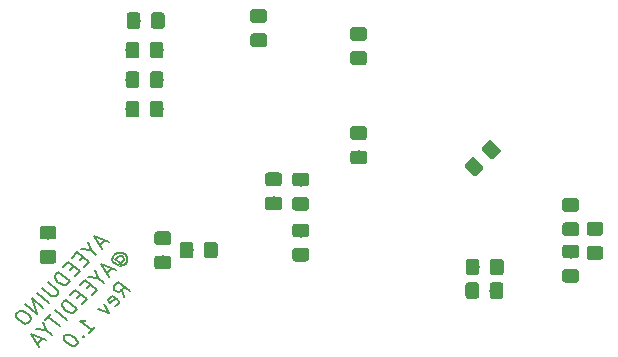
<source format=gbr>
%TF.GenerationSoftware,KiCad,Pcbnew,(5.1.2-1)-1*%
%TF.CreationDate,2019-12-21T14:34:47+05:30*%
%TF.ProjectId,Uno Panel,556e6f20-5061-46e6-956c-2e6b69636164,rev?*%
%TF.SameCoordinates,Original*%
%TF.FileFunction,Paste,Bot*%
%TF.FilePolarity,Positive*%
%FSLAX46Y46*%
G04 Gerber Fmt 4.6, Leading zero omitted, Abs format (unit mm)*
G04 Created by KiCad (PCBNEW (5.1.2-1)-1) date 2019-12-21 14:34:47*
%MOMM*%
%LPD*%
G04 APERTURE LIST*
%ADD10C,0.203200*%
%ADD11C,0.100000*%
%ADD12C,1.150000*%
G04 APERTURE END LIST*
D10*
X21506589Y-172153306D02*
X21078957Y-172580938D01*
X21880766Y-172292286D02*
X20571145Y-171805856D01*
X21282082Y-172890970D01*
X20330603Y-172987187D02*
X20811688Y-173361365D01*
X20100751Y-172276250D02*
X20330603Y-172987187D01*
X19502067Y-172874934D01*
X19683810Y-173548453D02*
X19384469Y-173847795D01*
X19785373Y-174387680D02*
X20213004Y-173960048D01*
X19202725Y-173174276D01*
X18775094Y-173601907D01*
X18871311Y-174360953D02*
X18571969Y-174660294D01*
X18972873Y-175200179D02*
X19400505Y-174772548D01*
X18390226Y-173986775D01*
X17962595Y-174414406D01*
X18588005Y-175585047D02*
X17577727Y-174799275D01*
X17363911Y-175013090D01*
X17283730Y-175178797D01*
X17294421Y-175339159D01*
X17347875Y-175456758D01*
X17497546Y-175649192D01*
X17641871Y-175761445D01*
X17877068Y-175868353D01*
X18016049Y-175900425D01*
X18197792Y-175889734D01*
X18374190Y-175798863D01*
X18588005Y-175585047D01*
X16679701Y-175697300D02*
X17497546Y-176333402D01*
X17551000Y-176451000D01*
X17556345Y-176531181D01*
X17518927Y-176654125D01*
X17347875Y-176825178D01*
X17214240Y-176873286D01*
X17123368Y-176878632D01*
X16984388Y-176846559D01*
X16166543Y-176210458D01*
X16749191Y-177423861D02*
X15738912Y-176638089D01*
X16321560Y-177851493D02*
X15311281Y-177065720D01*
X15808402Y-178364650D01*
X14798123Y-177578878D01*
X14199440Y-178177561D02*
X14028387Y-178348614D01*
X13990969Y-178471558D01*
X14001660Y-178631920D01*
X14151331Y-178824354D01*
X14488091Y-179086278D01*
X14723288Y-179193186D01*
X14905031Y-179182495D01*
X15038666Y-179134386D01*
X15209719Y-178963334D01*
X15247136Y-178840390D01*
X15236445Y-178680028D01*
X15086775Y-178487594D01*
X14750015Y-178225670D01*
X14514818Y-178118762D01*
X14333074Y-178129453D01*
X14199440Y-178177561D01*
X22484154Y-173815082D02*
X22478809Y-173734901D01*
X22516226Y-173611957D01*
X22601753Y-173526431D01*
X22735387Y-173478322D01*
X22826259Y-173472977D01*
X22965239Y-173505049D01*
X23061456Y-173579885D01*
X23114910Y-173697483D01*
X23120256Y-173777664D01*
X23082838Y-173900608D01*
X22997312Y-173986134D01*
X22863677Y-174034243D01*
X22772805Y-174039588D01*
X22387937Y-173740246D02*
X22772805Y-174039588D01*
X22778151Y-174119769D01*
X22735387Y-174162532D01*
X22601753Y-174210641D01*
X22462773Y-174178568D01*
X22222230Y-173991480D01*
X22163431Y-173793700D01*
X22195503Y-173590575D01*
X22318447Y-173382105D01*
X22537608Y-173248470D01*
X22762114Y-173195016D01*
X22991966Y-173221743D01*
X23227163Y-173328651D01*
X23376834Y-173521085D01*
X23435634Y-173718865D01*
X23403561Y-173921990D01*
X23280617Y-174130460D01*
X23061456Y-174264095D01*
X22836950Y-174317549D01*
X22120668Y-174520673D02*
X21693036Y-174948305D01*
X22494845Y-174659654D02*
X21185224Y-174173223D01*
X21896161Y-175258337D01*
X20944682Y-175354554D02*
X21425767Y-175728732D01*
X20714830Y-174643617D02*
X20944682Y-175354554D01*
X20116146Y-175242301D01*
X20297889Y-175915820D02*
X19998547Y-176215162D01*
X20399452Y-176755047D02*
X20827083Y-176327415D01*
X19816804Y-175541643D01*
X19389173Y-175969274D01*
X19485390Y-176728320D02*
X19186048Y-177027662D01*
X19586952Y-177567546D02*
X20014584Y-177139915D01*
X19004305Y-176354142D01*
X18576674Y-176781774D01*
X19202084Y-177952414D02*
X18191805Y-177166642D01*
X17977990Y-177380457D01*
X17897809Y-177546164D01*
X17908500Y-177706526D01*
X17961954Y-177824125D01*
X18111625Y-178016559D01*
X18255950Y-178128812D01*
X18491147Y-178235720D01*
X18630127Y-178267792D01*
X18811871Y-178257101D01*
X18988269Y-178166230D01*
X19202084Y-177952414D01*
X18304059Y-178850440D02*
X17293780Y-178064667D01*
X16994438Y-178364009D02*
X16481280Y-178877167D01*
X17748138Y-179406360D02*
X16737859Y-178620588D01*
X16540080Y-179759156D02*
X17021165Y-180133333D01*
X16310228Y-179048219D02*
X16540080Y-179759156D01*
X15711544Y-179646903D01*
X16176593Y-180464748D02*
X15748962Y-180892379D01*
X16550771Y-180603728D02*
X15241150Y-180117297D01*
X15952087Y-181202412D01*
X23151687Y-176984257D02*
X22969944Y-176310738D01*
X23664844Y-176471100D02*
X22654566Y-175685328D01*
X22312461Y-176027433D01*
X22275043Y-176150377D01*
X22280388Y-176230557D01*
X22333842Y-176348156D01*
X22478168Y-176460409D01*
X22617148Y-176492481D01*
X22708020Y-176487136D01*
X22841654Y-176439028D01*
X23183759Y-176096923D01*
X22376605Y-177673813D02*
X22510240Y-177625704D01*
X22681293Y-177454652D01*
X22718710Y-177331708D01*
X22665256Y-177214109D01*
X22280388Y-176914767D01*
X22141408Y-176882695D01*
X22007773Y-176930804D01*
X21836721Y-177101856D01*
X21799303Y-177224800D01*
X21852757Y-177342399D01*
X21948974Y-177417234D01*
X22472822Y-177064438D01*
X21409090Y-177529487D02*
X21868793Y-178267151D01*
X20981458Y-177957119D01*
X20158268Y-179977676D02*
X20671426Y-179464519D01*
X20414847Y-179721097D02*
X19404568Y-178935325D01*
X19634420Y-178962052D01*
X19816163Y-178951361D01*
X19949798Y-178903253D01*
X19677183Y-180287709D02*
X19682528Y-180367890D01*
X19773400Y-180362544D01*
X19768055Y-180282363D01*
X19677183Y-180287709D01*
X19773400Y-180362544D01*
X18164438Y-180175456D02*
X18078911Y-180260982D01*
X18041494Y-180383926D01*
X18046839Y-180464107D01*
X18100293Y-180581705D01*
X18249964Y-180774139D01*
X18490506Y-180961228D01*
X18725704Y-181068136D01*
X18864684Y-181100208D01*
X18955555Y-181094863D01*
X19089190Y-181046754D01*
X19174716Y-180961228D01*
X19212134Y-180838284D01*
X19206789Y-180758103D01*
X19153335Y-180640505D01*
X19003664Y-180448071D01*
X18763121Y-180260982D01*
X18527924Y-180154074D01*
X18388944Y-180122002D01*
X18298072Y-180127347D01*
X18164438Y-180175456D01*
D11*
%TO.C,R10*%
G36*
X52974505Y-175701204D02*
G01*
X52998773Y-175704804D01*
X53022572Y-175710765D01*
X53045671Y-175719030D01*
X53067850Y-175729520D01*
X53088893Y-175742132D01*
X53108599Y-175756747D01*
X53126777Y-175773223D01*
X53143253Y-175791401D01*
X53157868Y-175811107D01*
X53170480Y-175832150D01*
X53180970Y-175854329D01*
X53189235Y-175877428D01*
X53195196Y-175901227D01*
X53198796Y-175925495D01*
X53200000Y-175949999D01*
X53200000Y-176850001D01*
X53198796Y-176874505D01*
X53195196Y-176898773D01*
X53189235Y-176922572D01*
X53180970Y-176945671D01*
X53170480Y-176967850D01*
X53157868Y-176988893D01*
X53143253Y-177008599D01*
X53126777Y-177026777D01*
X53108599Y-177043253D01*
X53088893Y-177057868D01*
X53067850Y-177070480D01*
X53045671Y-177080970D01*
X53022572Y-177089235D01*
X52998773Y-177095196D01*
X52974505Y-177098796D01*
X52950001Y-177100000D01*
X52299999Y-177100000D01*
X52275495Y-177098796D01*
X52251227Y-177095196D01*
X52227428Y-177089235D01*
X52204329Y-177080970D01*
X52182150Y-177070480D01*
X52161107Y-177057868D01*
X52141401Y-177043253D01*
X52123223Y-177026777D01*
X52106747Y-177008599D01*
X52092132Y-176988893D01*
X52079520Y-176967850D01*
X52069030Y-176945671D01*
X52060765Y-176922572D01*
X52054804Y-176898773D01*
X52051204Y-176874505D01*
X52050000Y-176850001D01*
X52050000Y-175949999D01*
X52051204Y-175925495D01*
X52054804Y-175901227D01*
X52060765Y-175877428D01*
X52069030Y-175854329D01*
X52079520Y-175832150D01*
X52092132Y-175811107D01*
X52106747Y-175791401D01*
X52123223Y-175773223D01*
X52141401Y-175756747D01*
X52161107Y-175742132D01*
X52182150Y-175729520D01*
X52204329Y-175719030D01*
X52227428Y-175710765D01*
X52251227Y-175704804D01*
X52275495Y-175701204D01*
X52299999Y-175700000D01*
X52950001Y-175700000D01*
X52974505Y-175701204D01*
X52974505Y-175701204D01*
G37*
D12*
X52625000Y-176400000D03*
D11*
G36*
X55024505Y-175701204D02*
G01*
X55048773Y-175704804D01*
X55072572Y-175710765D01*
X55095671Y-175719030D01*
X55117850Y-175729520D01*
X55138893Y-175742132D01*
X55158599Y-175756747D01*
X55176777Y-175773223D01*
X55193253Y-175791401D01*
X55207868Y-175811107D01*
X55220480Y-175832150D01*
X55230970Y-175854329D01*
X55239235Y-175877428D01*
X55245196Y-175901227D01*
X55248796Y-175925495D01*
X55250000Y-175949999D01*
X55250000Y-176850001D01*
X55248796Y-176874505D01*
X55245196Y-176898773D01*
X55239235Y-176922572D01*
X55230970Y-176945671D01*
X55220480Y-176967850D01*
X55207868Y-176988893D01*
X55193253Y-177008599D01*
X55176777Y-177026777D01*
X55158599Y-177043253D01*
X55138893Y-177057868D01*
X55117850Y-177070480D01*
X55095671Y-177080970D01*
X55072572Y-177089235D01*
X55048773Y-177095196D01*
X55024505Y-177098796D01*
X55000001Y-177100000D01*
X54349999Y-177100000D01*
X54325495Y-177098796D01*
X54301227Y-177095196D01*
X54277428Y-177089235D01*
X54254329Y-177080970D01*
X54232150Y-177070480D01*
X54211107Y-177057868D01*
X54191401Y-177043253D01*
X54173223Y-177026777D01*
X54156747Y-177008599D01*
X54142132Y-176988893D01*
X54129520Y-176967850D01*
X54119030Y-176945671D01*
X54110765Y-176922572D01*
X54104804Y-176898773D01*
X54101204Y-176874505D01*
X54100000Y-176850001D01*
X54100000Y-175949999D01*
X54101204Y-175925495D01*
X54104804Y-175901227D01*
X54110765Y-175877428D01*
X54119030Y-175854329D01*
X54129520Y-175832150D01*
X54142132Y-175811107D01*
X54156747Y-175791401D01*
X54173223Y-175773223D01*
X54191401Y-175756747D01*
X54211107Y-175742132D01*
X54232150Y-175729520D01*
X54254329Y-175719030D01*
X54277428Y-175710765D01*
X54301227Y-175704804D01*
X54325495Y-175701204D01*
X54349999Y-175700000D01*
X55000001Y-175700000D01*
X55024505Y-175701204D01*
X55024505Y-175701204D01*
G37*
D12*
X54675000Y-176400000D03*
%TD*%
D11*
%TO.C,R9*%
G36*
X52999505Y-173701204D02*
G01*
X53023773Y-173704804D01*
X53047572Y-173710765D01*
X53070671Y-173719030D01*
X53092850Y-173729520D01*
X53113893Y-173742132D01*
X53133599Y-173756747D01*
X53151777Y-173773223D01*
X53168253Y-173791401D01*
X53182868Y-173811107D01*
X53195480Y-173832150D01*
X53205970Y-173854329D01*
X53214235Y-173877428D01*
X53220196Y-173901227D01*
X53223796Y-173925495D01*
X53225000Y-173949999D01*
X53225000Y-174850001D01*
X53223796Y-174874505D01*
X53220196Y-174898773D01*
X53214235Y-174922572D01*
X53205970Y-174945671D01*
X53195480Y-174967850D01*
X53182868Y-174988893D01*
X53168253Y-175008599D01*
X53151777Y-175026777D01*
X53133599Y-175043253D01*
X53113893Y-175057868D01*
X53092850Y-175070480D01*
X53070671Y-175080970D01*
X53047572Y-175089235D01*
X53023773Y-175095196D01*
X52999505Y-175098796D01*
X52975001Y-175100000D01*
X52324999Y-175100000D01*
X52300495Y-175098796D01*
X52276227Y-175095196D01*
X52252428Y-175089235D01*
X52229329Y-175080970D01*
X52207150Y-175070480D01*
X52186107Y-175057868D01*
X52166401Y-175043253D01*
X52148223Y-175026777D01*
X52131747Y-175008599D01*
X52117132Y-174988893D01*
X52104520Y-174967850D01*
X52094030Y-174945671D01*
X52085765Y-174922572D01*
X52079804Y-174898773D01*
X52076204Y-174874505D01*
X52075000Y-174850001D01*
X52075000Y-173949999D01*
X52076204Y-173925495D01*
X52079804Y-173901227D01*
X52085765Y-173877428D01*
X52094030Y-173854329D01*
X52104520Y-173832150D01*
X52117132Y-173811107D01*
X52131747Y-173791401D01*
X52148223Y-173773223D01*
X52166401Y-173756747D01*
X52186107Y-173742132D01*
X52207150Y-173729520D01*
X52229329Y-173719030D01*
X52252428Y-173710765D01*
X52276227Y-173704804D01*
X52300495Y-173701204D01*
X52324999Y-173700000D01*
X52975001Y-173700000D01*
X52999505Y-173701204D01*
X52999505Y-173701204D01*
G37*
D12*
X52650000Y-174400000D03*
D11*
G36*
X55049505Y-173701204D02*
G01*
X55073773Y-173704804D01*
X55097572Y-173710765D01*
X55120671Y-173719030D01*
X55142850Y-173729520D01*
X55163893Y-173742132D01*
X55183599Y-173756747D01*
X55201777Y-173773223D01*
X55218253Y-173791401D01*
X55232868Y-173811107D01*
X55245480Y-173832150D01*
X55255970Y-173854329D01*
X55264235Y-173877428D01*
X55270196Y-173901227D01*
X55273796Y-173925495D01*
X55275000Y-173949999D01*
X55275000Y-174850001D01*
X55273796Y-174874505D01*
X55270196Y-174898773D01*
X55264235Y-174922572D01*
X55255970Y-174945671D01*
X55245480Y-174967850D01*
X55232868Y-174988893D01*
X55218253Y-175008599D01*
X55201777Y-175026777D01*
X55183599Y-175043253D01*
X55163893Y-175057868D01*
X55142850Y-175070480D01*
X55120671Y-175080970D01*
X55097572Y-175089235D01*
X55073773Y-175095196D01*
X55049505Y-175098796D01*
X55025001Y-175100000D01*
X54374999Y-175100000D01*
X54350495Y-175098796D01*
X54326227Y-175095196D01*
X54302428Y-175089235D01*
X54279329Y-175080970D01*
X54257150Y-175070480D01*
X54236107Y-175057868D01*
X54216401Y-175043253D01*
X54198223Y-175026777D01*
X54181747Y-175008599D01*
X54167132Y-174988893D01*
X54154520Y-174967850D01*
X54144030Y-174945671D01*
X54135765Y-174922572D01*
X54129804Y-174898773D01*
X54126204Y-174874505D01*
X54125000Y-174850001D01*
X54125000Y-173949999D01*
X54126204Y-173925495D01*
X54129804Y-173901227D01*
X54135765Y-173877428D01*
X54144030Y-173854329D01*
X54154520Y-173832150D01*
X54167132Y-173811107D01*
X54181747Y-173791401D01*
X54198223Y-173773223D01*
X54216401Y-173756747D01*
X54236107Y-173742132D01*
X54257150Y-173729520D01*
X54279329Y-173719030D01*
X54302428Y-173710765D01*
X54326227Y-173704804D01*
X54350495Y-173701204D01*
X54374999Y-173700000D01*
X55025001Y-173700000D01*
X55049505Y-173701204D01*
X55049505Y-173701204D01*
G37*
D12*
X54700000Y-174400000D03*
%TD*%
D11*
%TO.C,C14*%
G36*
X17174505Y-170926204D02*
G01*
X17198773Y-170929804D01*
X17222572Y-170935765D01*
X17245671Y-170944030D01*
X17267850Y-170954520D01*
X17288893Y-170967132D01*
X17308599Y-170981747D01*
X17326777Y-170998223D01*
X17343253Y-171016401D01*
X17357868Y-171036107D01*
X17370480Y-171057150D01*
X17380970Y-171079329D01*
X17389235Y-171102428D01*
X17395196Y-171126227D01*
X17398796Y-171150495D01*
X17400000Y-171174999D01*
X17400000Y-171825001D01*
X17398796Y-171849505D01*
X17395196Y-171873773D01*
X17389235Y-171897572D01*
X17380970Y-171920671D01*
X17370480Y-171942850D01*
X17357868Y-171963893D01*
X17343253Y-171983599D01*
X17326777Y-172001777D01*
X17308599Y-172018253D01*
X17288893Y-172032868D01*
X17267850Y-172045480D01*
X17245671Y-172055970D01*
X17222572Y-172064235D01*
X17198773Y-172070196D01*
X17174505Y-172073796D01*
X17150001Y-172075000D01*
X16249999Y-172075000D01*
X16225495Y-172073796D01*
X16201227Y-172070196D01*
X16177428Y-172064235D01*
X16154329Y-172055970D01*
X16132150Y-172045480D01*
X16111107Y-172032868D01*
X16091401Y-172018253D01*
X16073223Y-172001777D01*
X16056747Y-171983599D01*
X16042132Y-171963893D01*
X16029520Y-171942850D01*
X16019030Y-171920671D01*
X16010765Y-171897572D01*
X16004804Y-171873773D01*
X16001204Y-171849505D01*
X16000000Y-171825001D01*
X16000000Y-171174999D01*
X16001204Y-171150495D01*
X16004804Y-171126227D01*
X16010765Y-171102428D01*
X16019030Y-171079329D01*
X16029520Y-171057150D01*
X16042132Y-171036107D01*
X16056747Y-171016401D01*
X16073223Y-170998223D01*
X16091401Y-170981747D01*
X16111107Y-170967132D01*
X16132150Y-170954520D01*
X16154329Y-170944030D01*
X16177428Y-170935765D01*
X16201227Y-170929804D01*
X16225495Y-170926204D01*
X16249999Y-170925000D01*
X17150001Y-170925000D01*
X17174505Y-170926204D01*
X17174505Y-170926204D01*
G37*
D12*
X16700000Y-171500000D03*
D11*
G36*
X17174505Y-172976204D02*
G01*
X17198773Y-172979804D01*
X17222572Y-172985765D01*
X17245671Y-172994030D01*
X17267850Y-173004520D01*
X17288893Y-173017132D01*
X17308599Y-173031747D01*
X17326777Y-173048223D01*
X17343253Y-173066401D01*
X17357868Y-173086107D01*
X17370480Y-173107150D01*
X17380970Y-173129329D01*
X17389235Y-173152428D01*
X17395196Y-173176227D01*
X17398796Y-173200495D01*
X17400000Y-173224999D01*
X17400000Y-173875001D01*
X17398796Y-173899505D01*
X17395196Y-173923773D01*
X17389235Y-173947572D01*
X17380970Y-173970671D01*
X17370480Y-173992850D01*
X17357868Y-174013893D01*
X17343253Y-174033599D01*
X17326777Y-174051777D01*
X17308599Y-174068253D01*
X17288893Y-174082868D01*
X17267850Y-174095480D01*
X17245671Y-174105970D01*
X17222572Y-174114235D01*
X17198773Y-174120196D01*
X17174505Y-174123796D01*
X17150001Y-174125000D01*
X16249999Y-174125000D01*
X16225495Y-174123796D01*
X16201227Y-174120196D01*
X16177428Y-174114235D01*
X16154329Y-174105970D01*
X16132150Y-174095480D01*
X16111107Y-174082868D01*
X16091401Y-174068253D01*
X16073223Y-174051777D01*
X16056747Y-174033599D01*
X16042132Y-174013893D01*
X16029520Y-173992850D01*
X16019030Y-173970671D01*
X16010765Y-173947572D01*
X16004804Y-173923773D01*
X16001204Y-173899505D01*
X16000000Y-173875001D01*
X16000000Y-173224999D01*
X16001204Y-173200495D01*
X16004804Y-173176227D01*
X16010765Y-173152428D01*
X16019030Y-173129329D01*
X16029520Y-173107150D01*
X16042132Y-173086107D01*
X16056747Y-173066401D01*
X16073223Y-173048223D01*
X16091401Y-173031747D01*
X16111107Y-173017132D01*
X16132150Y-173004520D01*
X16154329Y-172994030D01*
X16177428Y-172985765D01*
X16201227Y-172979804D01*
X16225495Y-172976204D01*
X16249999Y-172975000D01*
X17150001Y-172975000D01*
X17174505Y-172976204D01*
X17174505Y-172976204D01*
G37*
D12*
X16700000Y-173550000D03*
%TD*%
D11*
%TO.C,C3*%
G36*
X36274505Y-166401204D02*
G01*
X36298773Y-166404804D01*
X36322572Y-166410765D01*
X36345671Y-166419030D01*
X36367850Y-166429520D01*
X36388893Y-166442132D01*
X36408599Y-166456747D01*
X36426777Y-166473223D01*
X36443253Y-166491401D01*
X36457868Y-166511107D01*
X36470480Y-166532150D01*
X36480970Y-166554329D01*
X36489235Y-166577428D01*
X36495196Y-166601227D01*
X36498796Y-166625495D01*
X36500000Y-166649999D01*
X36500000Y-167300001D01*
X36498796Y-167324505D01*
X36495196Y-167348773D01*
X36489235Y-167372572D01*
X36480970Y-167395671D01*
X36470480Y-167417850D01*
X36457868Y-167438893D01*
X36443253Y-167458599D01*
X36426777Y-167476777D01*
X36408599Y-167493253D01*
X36388893Y-167507868D01*
X36367850Y-167520480D01*
X36345671Y-167530970D01*
X36322572Y-167539235D01*
X36298773Y-167545196D01*
X36274505Y-167548796D01*
X36250001Y-167550000D01*
X35349999Y-167550000D01*
X35325495Y-167548796D01*
X35301227Y-167545196D01*
X35277428Y-167539235D01*
X35254329Y-167530970D01*
X35232150Y-167520480D01*
X35211107Y-167507868D01*
X35191401Y-167493253D01*
X35173223Y-167476777D01*
X35156747Y-167458599D01*
X35142132Y-167438893D01*
X35129520Y-167417850D01*
X35119030Y-167395671D01*
X35110765Y-167372572D01*
X35104804Y-167348773D01*
X35101204Y-167324505D01*
X35100000Y-167300001D01*
X35100000Y-166649999D01*
X35101204Y-166625495D01*
X35104804Y-166601227D01*
X35110765Y-166577428D01*
X35119030Y-166554329D01*
X35129520Y-166532150D01*
X35142132Y-166511107D01*
X35156747Y-166491401D01*
X35173223Y-166473223D01*
X35191401Y-166456747D01*
X35211107Y-166442132D01*
X35232150Y-166429520D01*
X35254329Y-166419030D01*
X35277428Y-166410765D01*
X35301227Y-166404804D01*
X35325495Y-166401204D01*
X35349999Y-166400000D01*
X36250001Y-166400000D01*
X36274505Y-166401204D01*
X36274505Y-166401204D01*
G37*
D12*
X35800000Y-166975000D03*
D11*
G36*
X36274505Y-168451204D02*
G01*
X36298773Y-168454804D01*
X36322572Y-168460765D01*
X36345671Y-168469030D01*
X36367850Y-168479520D01*
X36388893Y-168492132D01*
X36408599Y-168506747D01*
X36426777Y-168523223D01*
X36443253Y-168541401D01*
X36457868Y-168561107D01*
X36470480Y-168582150D01*
X36480970Y-168604329D01*
X36489235Y-168627428D01*
X36495196Y-168651227D01*
X36498796Y-168675495D01*
X36500000Y-168699999D01*
X36500000Y-169350001D01*
X36498796Y-169374505D01*
X36495196Y-169398773D01*
X36489235Y-169422572D01*
X36480970Y-169445671D01*
X36470480Y-169467850D01*
X36457868Y-169488893D01*
X36443253Y-169508599D01*
X36426777Y-169526777D01*
X36408599Y-169543253D01*
X36388893Y-169557868D01*
X36367850Y-169570480D01*
X36345671Y-169580970D01*
X36322572Y-169589235D01*
X36298773Y-169595196D01*
X36274505Y-169598796D01*
X36250001Y-169600000D01*
X35349999Y-169600000D01*
X35325495Y-169598796D01*
X35301227Y-169595196D01*
X35277428Y-169589235D01*
X35254329Y-169580970D01*
X35232150Y-169570480D01*
X35211107Y-169557868D01*
X35191401Y-169543253D01*
X35173223Y-169526777D01*
X35156747Y-169508599D01*
X35142132Y-169488893D01*
X35129520Y-169467850D01*
X35119030Y-169445671D01*
X35110765Y-169422572D01*
X35104804Y-169398773D01*
X35101204Y-169374505D01*
X35100000Y-169350001D01*
X35100000Y-168699999D01*
X35101204Y-168675495D01*
X35104804Y-168651227D01*
X35110765Y-168627428D01*
X35119030Y-168604329D01*
X35129520Y-168582150D01*
X35142132Y-168561107D01*
X35156747Y-168541401D01*
X35173223Y-168523223D01*
X35191401Y-168506747D01*
X35211107Y-168492132D01*
X35232150Y-168479520D01*
X35254329Y-168469030D01*
X35277428Y-168460765D01*
X35301227Y-168454804D01*
X35325495Y-168451204D01*
X35349999Y-168450000D01*
X36250001Y-168450000D01*
X36274505Y-168451204D01*
X36274505Y-168451204D01*
G37*
D12*
X35800000Y-169025000D03*
%TD*%
D11*
%TO.C,R2*%
G36*
X26257505Y-160337204D02*
G01*
X26281773Y-160340804D01*
X26305572Y-160346765D01*
X26328671Y-160355030D01*
X26350850Y-160365520D01*
X26371893Y-160378132D01*
X26391599Y-160392747D01*
X26409777Y-160409223D01*
X26426253Y-160427401D01*
X26440868Y-160447107D01*
X26453480Y-160468150D01*
X26463970Y-160490329D01*
X26472235Y-160513428D01*
X26478196Y-160537227D01*
X26481796Y-160561495D01*
X26483000Y-160585999D01*
X26483000Y-161486001D01*
X26481796Y-161510505D01*
X26478196Y-161534773D01*
X26472235Y-161558572D01*
X26463970Y-161581671D01*
X26453480Y-161603850D01*
X26440868Y-161624893D01*
X26426253Y-161644599D01*
X26409777Y-161662777D01*
X26391599Y-161679253D01*
X26371893Y-161693868D01*
X26350850Y-161706480D01*
X26328671Y-161716970D01*
X26305572Y-161725235D01*
X26281773Y-161731196D01*
X26257505Y-161734796D01*
X26233001Y-161736000D01*
X25582999Y-161736000D01*
X25558495Y-161734796D01*
X25534227Y-161731196D01*
X25510428Y-161725235D01*
X25487329Y-161716970D01*
X25465150Y-161706480D01*
X25444107Y-161693868D01*
X25424401Y-161679253D01*
X25406223Y-161662777D01*
X25389747Y-161644599D01*
X25375132Y-161624893D01*
X25362520Y-161603850D01*
X25352030Y-161581671D01*
X25343765Y-161558572D01*
X25337804Y-161534773D01*
X25334204Y-161510505D01*
X25333000Y-161486001D01*
X25333000Y-160585999D01*
X25334204Y-160561495D01*
X25337804Y-160537227D01*
X25343765Y-160513428D01*
X25352030Y-160490329D01*
X25362520Y-160468150D01*
X25375132Y-160447107D01*
X25389747Y-160427401D01*
X25406223Y-160409223D01*
X25424401Y-160392747D01*
X25444107Y-160378132D01*
X25465150Y-160365520D01*
X25487329Y-160355030D01*
X25510428Y-160346765D01*
X25534227Y-160340804D01*
X25558495Y-160337204D01*
X25582999Y-160336000D01*
X26233001Y-160336000D01*
X26257505Y-160337204D01*
X26257505Y-160337204D01*
G37*
D12*
X25908000Y-161036000D03*
D11*
G36*
X24207505Y-160337204D02*
G01*
X24231773Y-160340804D01*
X24255572Y-160346765D01*
X24278671Y-160355030D01*
X24300850Y-160365520D01*
X24321893Y-160378132D01*
X24341599Y-160392747D01*
X24359777Y-160409223D01*
X24376253Y-160427401D01*
X24390868Y-160447107D01*
X24403480Y-160468150D01*
X24413970Y-160490329D01*
X24422235Y-160513428D01*
X24428196Y-160537227D01*
X24431796Y-160561495D01*
X24433000Y-160585999D01*
X24433000Y-161486001D01*
X24431796Y-161510505D01*
X24428196Y-161534773D01*
X24422235Y-161558572D01*
X24413970Y-161581671D01*
X24403480Y-161603850D01*
X24390868Y-161624893D01*
X24376253Y-161644599D01*
X24359777Y-161662777D01*
X24341599Y-161679253D01*
X24321893Y-161693868D01*
X24300850Y-161706480D01*
X24278671Y-161716970D01*
X24255572Y-161725235D01*
X24231773Y-161731196D01*
X24207505Y-161734796D01*
X24183001Y-161736000D01*
X23532999Y-161736000D01*
X23508495Y-161734796D01*
X23484227Y-161731196D01*
X23460428Y-161725235D01*
X23437329Y-161716970D01*
X23415150Y-161706480D01*
X23394107Y-161693868D01*
X23374401Y-161679253D01*
X23356223Y-161662777D01*
X23339747Y-161644599D01*
X23325132Y-161624893D01*
X23312520Y-161603850D01*
X23302030Y-161581671D01*
X23293765Y-161558572D01*
X23287804Y-161534773D01*
X23284204Y-161510505D01*
X23283000Y-161486001D01*
X23283000Y-160585999D01*
X23284204Y-160561495D01*
X23287804Y-160537227D01*
X23293765Y-160513428D01*
X23302030Y-160490329D01*
X23312520Y-160468150D01*
X23325132Y-160447107D01*
X23339747Y-160427401D01*
X23356223Y-160409223D01*
X23374401Y-160392747D01*
X23394107Y-160378132D01*
X23415150Y-160365520D01*
X23437329Y-160355030D01*
X23460428Y-160346765D01*
X23484227Y-160340804D01*
X23508495Y-160337204D01*
X23532999Y-160336000D01*
X24183001Y-160336000D01*
X24207505Y-160337204D01*
X24207505Y-160337204D01*
G37*
D12*
X23858000Y-161036000D03*
%TD*%
D11*
%TO.C,R3*%
G36*
X26257505Y-157841204D02*
G01*
X26281773Y-157844804D01*
X26305572Y-157850765D01*
X26328671Y-157859030D01*
X26350850Y-157869520D01*
X26371893Y-157882132D01*
X26391599Y-157896747D01*
X26409777Y-157913223D01*
X26426253Y-157931401D01*
X26440868Y-157951107D01*
X26453480Y-157972150D01*
X26463970Y-157994329D01*
X26472235Y-158017428D01*
X26478196Y-158041227D01*
X26481796Y-158065495D01*
X26483000Y-158089999D01*
X26483000Y-158990001D01*
X26481796Y-159014505D01*
X26478196Y-159038773D01*
X26472235Y-159062572D01*
X26463970Y-159085671D01*
X26453480Y-159107850D01*
X26440868Y-159128893D01*
X26426253Y-159148599D01*
X26409777Y-159166777D01*
X26391599Y-159183253D01*
X26371893Y-159197868D01*
X26350850Y-159210480D01*
X26328671Y-159220970D01*
X26305572Y-159229235D01*
X26281773Y-159235196D01*
X26257505Y-159238796D01*
X26233001Y-159240000D01*
X25582999Y-159240000D01*
X25558495Y-159238796D01*
X25534227Y-159235196D01*
X25510428Y-159229235D01*
X25487329Y-159220970D01*
X25465150Y-159210480D01*
X25444107Y-159197868D01*
X25424401Y-159183253D01*
X25406223Y-159166777D01*
X25389747Y-159148599D01*
X25375132Y-159128893D01*
X25362520Y-159107850D01*
X25352030Y-159085671D01*
X25343765Y-159062572D01*
X25337804Y-159038773D01*
X25334204Y-159014505D01*
X25333000Y-158990001D01*
X25333000Y-158089999D01*
X25334204Y-158065495D01*
X25337804Y-158041227D01*
X25343765Y-158017428D01*
X25352030Y-157994329D01*
X25362520Y-157972150D01*
X25375132Y-157951107D01*
X25389747Y-157931401D01*
X25406223Y-157913223D01*
X25424401Y-157896747D01*
X25444107Y-157882132D01*
X25465150Y-157869520D01*
X25487329Y-157859030D01*
X25510428Y-157850765D01*
X25534227Y-157844804D01*
X25558495Y-157841204D01*
X25582999Y-157840000D01*
X26233001Y-157840000D01*
X26257505Y-157841204D01*
X26257505Y-157841204D01*
G37*
D12*
X25908000Y-158540000D03*
D11*
G36*
X24207505Y-157841204D02*
G01*
X24231773Y-157844804D01*
X24255572Y-157850765D01*
X24278671Y-157859030D01*
X24300850Y-157869520D01*
X24321893Y-157882132D01*
X24341599Y-157896747D01*
X24359777Y-157913223D01*
X24376253Y-157931401D01*
X24390868Y-157951107D01*
X24403480Y-157972150D01*
X24413970Y-157994329D01*
X24422235Y-158017428D01*
X24428196Y-158041227D01*
X24431796Y-158065495D01*
X24433000Y-158089999D01*
X24433000Y-158990001D01*
X24431796Y-159014505D01*
X24428196Y-159038773D01*
X24422235Y-159062572D01*
X24413970Y-159085671D01*
X24403480Y-159107850D01*
X24390868Y-159128893D01*
X24376253Y-159148599D01*
X24359777Y-159166777D01*
X24341599Y-159183253D01*
X24321893Y-159197868D01*
X24300850Y-159210480D01*
X24278671Y-159220970D01*
X24255572Y-159229235D01*
X24231773Y-159235196D01*
X24207505Y-159238796D01*
X24183001Y-159240000D01*
X23532999Y-159240000D01*
X23508495Y-159238796D01*
X23484227Y-159235196D01*
X23460428Y-159229235D01*
X23437329Y-159220970D01*
X23415150Y-159210480D01*
X23394107Y-159197868D01*
X23374401Y-159183253D01*
X23356223Y-159166777D01*
X23339747Y-159148599D01*
X23325132Y-159128893D01*
X23312520Y-159107850D01*
X23302030Y-159085671D01*
X23293765Y-159062572D01*
X23287804Y-159038773D01*
X23284204Y-159014505D01*
X23283000Y-158990001D01*
X23283000Y-158089999D01*
X23284204Y-158065495D01*
X23287804Y-158041227D01*
X23293765Y-158017428D01*
X23302030Y-157994329D01*
X23312520Y-157972150D01*
X23325132Y-157951107D01*
X23339747Y-157931401D01*
X23356223Y-157913223D01*
X23374401Y-157896747D01*
X23394107Y-157882132D01*
X23415150Y-157869520D01*
X23437329Y-157859030D01*
X23460428Y-157850765D01*
X23484227Y-157844804D01*
X23508495Y-157841204D01*
X23532999Y-157840000D01*
X24183001Y-157840000D01*
X24207505Y-157841204D01*
X24207505Y-157841204D01*
G37*
D12*
X23858000Y-158540000D03*
%TD*%
D11*
%TO.C,R4*%
G36*
X63474505Y-172641204D02*
G01*
X63498773Y-172644804D01*
X63522572Y-172650765D01*
X63545671Y-172659030D01*
X63567850Y-172669520D01*
X63588893Y-172682132D01*
X63608599Y-172696747D01*
X63626777Y-172713223D01*
X63643253Y-172731401D01*
X63657868Y-172751107D01*
X63670480Y-172772150D01*
X63680970Y-172794329D01*
X63689235Y-172817428D01*
X63695196Y-172841227D01*
X63698796Y-172865495D01*
X63700000Y-172889999D01*
X63700000Y-173540001D01*
X63698796Y-173564505D01*
X63695196Y-173588773D01*
X63689235Y-173612572D01*
X63680970Y-173635671D01*
X63670480Y-173657850D01*
X63657868Y-173678893D01*
X63643253Y-173698599D01*
X63626777Y-173716777D01*
X63608599Y-173733253D01*
X63588893Y-173747868D01*
X63567850Y-173760480D01*
X63545671Y-173770970D01*
X63522572Y-173779235D01*
X63498773Y-173785196D01*
X63474505Y-173788796D01*
X63450001Y-173790000D01*
X62549999Y-173790000D01*
X62525495Y-173788796D01*
X62501227Y-173785196D01*
X62477428Y-173779235D01*
X62454329Y-173770970D01*
X62432150Y-173760480D01*
X62411107Y-173747868D01*
X62391401Y-173733253D01*
X62373223Y-173716777D01*
X62356747Y-173698599D01*
X62342132Y-173678893D01*
X62329520Y-173657850D01*
X62319030Y-173635671D01*
X62310765Y-173612572D01*
X62304804Y-173588773D01*
X62301204Y-173564505D01*
X62300000Y-173540001D01*
X62300000Y-172889999D01*
X62301204Y-172865495D01*
X62304804Y-172841227D01*
X62310765Y-172817428D01*
X62319030Y-172794329D01*
X62329520Y-172772150D01*
X62342132Y-172751107D01*
X62356747Y-172731401D01*
X62373223Y-172713223D01*
X62391401Y-172696747D01*
X62411107Y-172682132D01*
X62432150Y-172669520D01*
X62454329Y-172659030D01*
X62477428Y-172650765D01*
X62501227Y-172644804D01*
X62525495Y-172641204D01*
X62549999Y-172640000D01*
X63450001Y-172640000D01*
X63474505Y-172641204D01*
X63474505Y-172641204D01*
G37*
D12*
X63000000Y-173215000D03*
D11*
G36*
X63474505Y-170591204D02*
G01*
X63498773Y-170594804D01*
X63522572Y-170600765D01*
X63545671Y-170609030D01*
X63567850Y-170619520D01*
X63588893Y-170632132D01*
X63608599Y-170646747D01*
X63626777Y-170663223D01*
X63643253Y-170681401D01*
X63657868Y-170701107D01*
X63670480Y-170722150D01*
X63680970Y-170744329D01*
X63689235Y-170767428D01*
X63695196Y-170791227D01*
X63698796Y-170815495D01*
X63700000Y-170839999D01*
X63700000Y-171490001D01*
X63698796Y-171514505D01*
X63695196Y-171538773D01*
X63689235Y-171562572D01*
X63680970Y-171585671D01*
X63670480Y-171607850D01*
X63657868Y-171628893D01*
X63643253Y-171648599D01*
X63626777Y-171666777D01*
X63608599Y-171683253D01*
X63588893Y-171697868D01*
X63567850Y-171710480D01*
X63545671Y-171720970D01*
X63522572Y-171729235D01*
X63498773Y-171735196D01*
X63474505Y-171738796D01*
X63450001Y-171740000D01*
X62549999Y-171740000D01*
X62525495Y-171738796D01*
X62501227Y-171735196D01*
X62477428Y-171729235D01*
X62454329Y-171720970D01*
X62432150Y-171710480D01*
X62411107Y-171697868D01*
X62391401Y-171683253D01*
X62373223Y-171666777D01*
X62356747Y-171648599D01*
X62342132Y-171628893D01*
X62329520Y-171607850D01*
X62319030Y-171585671D01*
X62310765Y-171562572D01*
X62304804Y-171538773D01*
X62301204Y-171514505D01*
X62300000Y-171490001D01*
X62300000Y-170839999D01*
X62301204Y-170815495D01*
X62304804Y-170791227D01*
X62310765Y-170767428D01*
X62319030Y-170744329D01*
X62329520Y-170722150D01*
X62342132Y-170701107D01*
X62356747Y-170681401D01*
X62373223Y-170663223D01*
X62391401Y-170646747D01*
X62411107Y-170632132D01*
X62432150Y-170619520D01*
X62454329Y-170609030D01*
X62477428Y-170600765D01*
X62501227Y-170594804D01*
X62525495Y-170591204D01*
X62549999Y-170590000D01*
X63450001Y-170590000D01*
X63474505Y-170591204D01*
X63474505Y-170591204D01*
G37*
D12*
X63000000Y-171165000D03*
%TD*%
D11*
%TO.C,R8*%
G36*
X24207505Y-155341204D02*
G01*
X24231773Y-155344804D01*
X24255572Y-155350765D01*
X24278671Y-155359030D01*
X24300850Y-155369520D01*
X24321893Y-155382132D01*
X24341599Y-155396747D01*
X24359777Y-155413223D01*
X24376253Y-155431401D01*
X24390868Y-155451107D01*
X24403480Y-155472150D01*
X24413970Y-155494329D01*
X24422235Y-155517428D01*
X24428196Y-155541227D01*
X24431796Y-155565495D01*
X24433000Y-155589999D01*
X24433000Y-156490001D01*
X24431796Y-156514505D01*
X24428196Y-156538773D01*
X24422235Y-156562572D01*
X24413970Y-156585671D01*
X24403480Y-156607850D01*
X24390868Y-156628893D01*
X24376253Y-156648599D01*
X24359777Y-156666777D01*
X24341599Y-156683253D01*
X24321893Y-156697868D01*
X24300850Y-156710480D01*
X24278671Y-156720970D01*
X24255572Y-156729235D01*
X24231773Y-156735196D01*
X24207505Y-156738796D01*
X24183001Y-156740000D01*
X23532999Y-156740000D01*
X23508495Y-156738796D01*
X23484227Y-156735196D01*
X23460428Y-156729235D01*
X23437329Y-156720970D01*
X23415150Y-156710480D01*
X23394107Y-156697868D01*
X23374401Y-156683253D01*
X23356223Y-156666777D01*
X23339747Y-156648599D01*
X23325132Y-156628893D01*
X23312520Y-156607850D01*
X23302030Y-156585671D01*
X23293765Y-156562572D01*
X23287804Y-156538773D01*
X23284204Y-156514505D01*
X23283000Y-156490001D01*
X23283000Y-155589999D01*
X23284204Y-155565495D01*
X23287804Y-155541227D01*
X23293765Y-155517428D01*
X23302030Y-155494329D01*
X23312520Y-155472150D01*
X23325132Y-155451107D01*
X23339747Y-155431401D01*
X23356223Y-155413223D01*
X23374401Y-155396747D01*
X23394107Y-155382132D01*
X23415150Y-155369520D01*
X23437329Y-155359030D01*
X23460428Y-155350765D01*
X23484227Y-155344804D01*
X23508495Y-155341204D01*
X23532999Y-155340000D01*
X24183001Y-155340000D01*
X24207505Y-155341204D01*
X24207505Y-155341204D01*
G37*
D12*
X23858000Y-156040000D03*
D11*
G36*
X26257505Y-155341204D02*
G01*
X26281773Y-155344804D01*
X26305572Y-155350765D01*
X26328671Y-155359030D01*
X26350850Y-155369520D01*
X26371893Y-155382132D01*
X26391599Y-155396747D01*
X26409777Y-155413223D01*
X26426253Y-155431401D01*
X26440868Y-155451107D01*
X26453480Y-155472150D01*
X26463970Y-155494329D01*
X26472235Y-155517428D01*
X26478196Y-155541227D01*
X26481796Y-155565495D01*
X26483000Y-155589999D01*
X26483000Y-156490001D01*
X26481796Y-156514505D01*
X26478196Y-156538773D01*
X26472235Y-156562572D01*
X26463970Y-156585671D01*
X26453480Y-156607850D01*
X26440868Y-156628893D01*
X26426253Y-156648599D01*
X26409777Y-156666777D01*
X26391599Y-156683253D01*
X26371893Y-156697868D01*
X26350850Y-156710480D01*
X26328671Y-156720970D01*
X26305572Y-156729235D01*
X26281773Y-156735196D01*
X26257505Y-156738796D01*
X26233001Y-156740000D01*
X25582999Y-156740000D01*
X25558495Y-156738796D01*
X25534227Y-156735196D01*
X25510428Y-156729235D01*
X25487329Y-156720970D01*
X25465150Y-156710480D01*
X25444107Y-156697868D01*
X25424401Y-156683253D01*
X25406223Y-156666777D01*
X25389747Y-156648599D01*
X25375132Y-156628893D01*
X25362520Y-156607850D01*
X25352030Y-156585671D01*
X25343765Y-156562572D01*
X25337804Y-156538773D01*
X25334204Y-156514505D01*
X25333000Y-156490001D01*
X25333000Y-155589999D01*
X25334204Y-155565495D01*
X25337804Y-155541227D01*
X25343765Y-155517428D01*
X25352030Y-155494329D01*
X25362520Y-155472150D01*
X25375132Y-155451107D01*
X25389747Y-155431401D01*
X25406223Y-155413223D01*
X25424401Y-155396747D01*
X25444107Y-155382132D01*
X25465150Y-155369520D01*
X25487329Y-155359030D01*
X25510428Y-155350765D01*
X25534227Y-155344804D01*
X25558495Y-155341204D01*
X25582999Y-155340000D01*
X26233001Y-155340000D01*
X26257505Y-155341204D01*
X26257505Y-155341204D01*
G37*
D12*
X25908000Y-156040000D03*
%TD*%
D11*
%TO.C,R7*%
G36*
X26349505Y-152841204D02*
G01*
X26373773Y-152844804D01*
X26397572Y-152850765D01*
X26420671Y-152859030D01*
X26442850Y-152869520D01*
X26463893Y-152882132D01*
X26483599Y-152896747D01*
X26501777Y-152913223D01*
X26518253Y-152931401D01*
X26532868Y-152951107D01*
X26545480Y-152972150D01*
X26555970Y-152994329D01*
X26564235Y-153017428D01*
X26570196Y-153041227D01*
X26573796Y-153065495D01*
X26575000Y-153089999D01*
X26575000Y-153990001D01*
X26573796Y-154014505D01*
X26570196Y-154038773D01*
X26564235Y-154062572D01*
X26555970Y-154085671D01*
X26545480Y-154107850D01*
X26532868Y-154128893D01*
X26518253Y-154148599D01*
X26501777Y-154166777D01*
X26483599Y-154183253D01*
X26463893Y-154197868D01*
X26442850Y-154210480D01*
X26420671Y-154220970D01*
X26397572Y-154229235D01*
X26373773Y-154235196D01*
X26349505Y-154238796D01*
X26325001Y-154240000D01*
X25674999Y-154240000D01*
X25650495Y-154238796D01*
X25626227Y-154235196D01*
X25602428Y-154229235D01*
X25579329Y-154220970D01*
X25557150Y-154210480D01*
X25536107Y-154197868D01*
X25516401Y-154183253D01*
X25498223Y-154166777D01*
X25481747Y-154148599D01*
X25467132Y-154128893D01*
X25454520Y-154107850D01*
X25444030Y-154085671D01*
X25435765Y-154062572D01*
X25429804Y-154038773D01*
X25426204Y-154014505D01*
X25425000Y-153990001D01*
X25425000Y-153089999D01*
X25426204Y-153065495D01*
X25429804Y-153041227D01*
X25435765Y-153017428D01*
X25444030Y-152994329D01*
X25454520Y-152972150D01*
X25467132Y-152951107D01*
X25481747Y-152931401D01*
X25498223Y-152913223D01*
X25516401Y-152896747D01*
X25536107Y-152882132D01*
X25557150Y-152869520D01*
X25579329Y-152859030D01*
X25602428Y-152850765D01*
X25626227Y-152844804D01*
X25650495Y-152841204D01*
X25674999Y-152840000D01*
X26325001Y-152840000D01*
X26349505Y-152841204D01*
X26349505Y-152841204D01*
G37*
D12*
X26000000Y-153540000D03*
D11*
G36*
X24299505Y-152841204D02*
G01*
X24323773Y-152844804D01*
X24347572Y-152850765D01*
X24370671Y-152859030D01*
X24392850Y-152869520D01*
X24413893Y-152882132D01*
X24433599Y-152896747D01*
X24451777Y-152913223D01*
X24468253Y-152931401D01*
X24482868Y-152951107D01*
X24495480Y-152972150D01*
X24505970Y-152994329D01*
X24514235Y-153017428D01*
X24520196Y-153041227D01*
X24523796Y-153065495D01*
X24525000Y-153089999D01*
X24525000Y-153990001D01*
X24523796Y-154014505D01*
X24520196Y-154038773D01*
X24514235Y-154062572D01*
X24505970Y-154085671D01*
X24495480Y-154107850D01*
X24482868Y-154128893D01*
X24468253Y-154148599D01*
X24451777Y-154166777D01*
X24433599Y-154183253D01*
X24413893Y-154197868D01*
X24392850Y-154210480D01*
X24370671Y-154220970D01*
X24347572Y-154229235D01*
X24323773Y-154235196D01*
X24299505Y-154238796D01*
X24275001Y-154240000D01*
X23624999Y-154240000D01*
X23600495Y-154238796D01*
X23576227Y-154235196D01*
X23552428Y-154229235D01*
X23529329Y-154220970D01*
X23507150Y-154210480D01*
X23486107Y-154197868D01*
X23466401Y-154183253D01*
X23448223Y-154166777D01*
X23431747Y-154148599D01*
X23417132Y-154128893D01*
X23404520Y-154107850D01*
X23394030Y-154085671D01*
X23385765Y-154062572D01*
X23379804Y-154038773D01*
X23376204Y-154014505D01*
X23375000Y-153990001D01*
X23375000Y-153089999D01*
X23376204Y-153065495D01*
X23379804Y-153041227D01*
X23385765Y-153017428D01*
X23394030Y-152994329D01*
X23404520Y-152972150D01*
X23417132Y-152951107D01*
X23431747Y-152931401D01*
X23448223Y-152913223D01*
X23466401Y-152896747D01*
X23486107Y-152882132D01*
X23507150Y-152869520D01*
X23529329Y-152859030D01*
X23552428Y-152850765D01*
X23576227Y-152844804D01*
X23600495Y-152841204D01*
X23624999Y-152840000D01*
X24275001Y-152840000D01*
X24299505Y-152841204D01*
X24299505Y-152841204D01*
G37*
D12*
X23950000Y-153540000D03*
%TD*%
D11*
%TO.C,C1*%
G36*
X26890505Y-173434204D02*
G01*
X26914773Y-173437804D01*
X26938572Y-173443765D01*
X26961671Y-173452030D01*
X26983850Y-173462520D01*
X27004893Y-173475132D01*
X27024599Y-173489747D01*
X27042777Y-173506223D01*
X27059253Y-173524401D01*
X27073868Y-173544107D01*
X27086480Y-173565150D01*
X27096970Y-173587329D01*
X27105235Y-173610428D01*
X27111196Y-173634227D01*
X27114796Y-173658495D01*
X27116000Y-173682999D01*
X27116000Y-174333001D01*
X27114796Y-174357505D01*
X27111196Y-174381773D01*
X27105235Y-174405572D01*
X27096970Y-174428671D01*
X27086480Y-174450850D01*
X27073868Y-174471893D01*
X27059253Y-174491599D01*
X27042777Y-174509777D01*
X27024599Y-174526253D01*
X27004893Y-174540868D01*
X26983850Y-174553480D01*
X26961671Y-174563970D01*
X26938572Y-174572235D01*
X26914773Y-174578196D01*
X26890505Y-174581796D01*
X26866001Y-174583000D01*
X25965999Y-174583000D01*
X25941495Y-174581796D01*
X25917227Y-174578196D01*
X25893428Y-174572235D01*
X25870329Y-174563970D01*
X25848150Y-174553480D01*
X25827107Y-174540868D01*
X25807401Y-174526253D01*
X25789223Y-174509777D01*
X25772747Y-174491599D01*
X25758132Y-174471893D01*
X25745520Y-174450850D01*
X25735030Y-174428671D01*
X25726765Y-174405572D01*
X25720804Y-174381773D01*
X25717204Y-174357505D01*
X25716000Y-174333001D01*
X25716000Y-173682999D01*
X25717204Y-173658495D01*
X25720804Y-173634227D01*
X25726765Y-173610428D01*
X25735030Y-173587329D01*
X25745520Y-173565150D01*
X25758132Y-173544107D01*
X25772747Y-173524401D01*
X25789223Y-173506223D01*
X25807401Y-173489747D01*
X25827107Y-173475132D01*
X25848150Y-173462520D01*
X25870329Y-173452030D01*
X25893428Y-173443765D01*
X25917227Y-173437804D01*
X25941495Y-173434204D01*
X25965999Y-173433000D01*
X26866001Y-173433000D01*
X26890505Y-173434204D01*
X26890505Y-173434204D01*
G37*
D12*
X26416000Y-174008000D03*
D11*
G36*
X26890505Y-171384204D02*
G01*
X26914773Y-171387804D01*
X26938572Y-171393765D01*
X26961671Y-171402030D01*
X26983850Y-171412520D01*
X27004893Y-171425132D01*
X27024599Y-171439747D01*
X27042777Y-171456223D01*
X27059253Y-171474401D01*
X27073868Y-171494107D01*
X27086480Y-171515150D01*
X27096970Y-171537329D01*
X27105235Y-171560428D01*
X27111196Y-171584227D01*
X27114796Y-171608495D01*
X27116000Y-171632999D01*
X27116000Y-172283001D01*
X27114796Y-172307505D01*
X27111196Y-172331773D01*
X27105235Y-172355572D01*
X27096970Y-172378671D01*
X27086480Y-172400850D01*
X27073868Y-172421893D01*
X27059253Y-172441599D01*
X27042777Y-172459777D01*
X27024599Y-172476253D01*
X27004893Y-172490868D01*
X26983850Y-172503480D01*
X26961671Y-172513970D01*
X26938572Y-172522235D01*
X26914773Y-172528196D01*
X26890505Y-172531796D01*
X26866001Y-172533000D01*
X25965999Y-172533000D01*
X25941495Y-172531796D01*
X25917227Y-172528196D01*
X25893428Y-172522235D01*
X25870329Y-172513970D01*
X25848150Y-172503480D01*
X25827107Y-172490868D01*
X25807401Y-172476253D01*
X25789223Y-172459777D01*
X25772747Y-172441599D01*
X25758132Y-172421893D01*
X25745520Y-172400850D01*
X25735030Y-172378671D01*
X25726765Y-172355572D01*
X25720804Y-172331773D01*
X25717204Y-172307505D01*
X25716000Y-172283001D01*
X25716000Y-171632999D01*
X25717204Y-171608495D01*
X25720804Y-171584227D01*
X25726765Y-171560428D01*
X25735030Y-171537329D01*
X25745520Y-171515150D01*
X25758132Y-171494107D01*
X25772747Y-171474401D01*
X25789223Y-171456223D01*
X25807401Y-171439747D01*
X25827107Y-171425132D01*
X25848150Y-171412520D01*
X25870329Y-171402030D01*
X25893428Y-171393765D01*
X25917227Y-171387804D01*
X25941495Y-171384204D01*
X25965999Y-171383000D01*
X26866001Y-171383000D01*
X26890505Y-171384204D01*
X26890505Y-171384204D01*
G37*
D12*
X26416000Y-171958000D03*
%TD*%
D11*
%TO.C,C2*%
G36*
X30838505Y-172284204D02*
G01*
X30862773Y-172287804D01*
X30886572Y-172293765D01*
X30909671Y-172302030D01*
X30931850Y-172312520D01*
X30952893Y-172325132D01*
X30972599Y-172339747D01*
X30990777Y-172356223D01*
X31007253Y-172374401D01*
X31021868Y-172394107D01*
X31034480Y-172415150D01*
X31044970Y-172437329D01*
X31053235Y-172460428D01*
X31059196Y-172484227D01*
X31062796Y-172508495D01*
X31064000Y-172532999D01*
X31064000Y-173433001D01*
X31062796Y-173457505D01*
X31059196Y-173481773D01*
X31053235Y-173505572D01*
X31044970Y-173528671D01*
X31034480Y-173550850D01*
X31021868Y-173571893D01*
X31007253Y-173591599D01*
X30990777Y-173609777D01*
X30972599Y-173626253D01*
X30952893Y-173640868D01*
X30931850Y-173653480D01*
X30909671Y-173663970D01*
X30886572Y-173672235D01*
X30862773Y-173678196D01*
X30838505Y-173681796D01*
X30814001Y-173683000D01*
X30163999Y-173683000D01*
X30139495Y-173681796D01*
X30115227Y-173678196D01*
X30091428Y-173672235D01*
X30068329Y-173663970D01*
X30046150Y-173653480D01*
X30025107Y-173640868D01*
X30005401Y-173626253D01*
X29987223Y-173609777D01*
X29970747Y-173591599D01*
X29956132Y-173571893D01*
X29943520Y-173550850D01*
X29933030Y-173528671D01*
X29924765Y-173505572D01*
X29918804Y-173481773D01*
X29915204Y-173457505D01*
X29914000Y-173433001D01*
X29914000Y-172532999D01*
X29915204Y-172508495D01*
X29918804Y-172484227D01*
X29924765Y-172460428D01*
X29933030Y-172437329D01*
X29943520Y-172415150D01*
X29956132Y-172394107D01*
X29970747Y-172374401D01*
X29987223Y-172356223D01*
X30005401Y-172339747D01*
X30025107Y-172325132D01*
X30046150Y-172312520D01*
X30068329Y-172302030D01*
X30091428Y-172293765D01*
X30115227Y-172287804D01*
X30139495Y-172284204D01*
X30163999Y-172283000D01*
X30814001Y-172283000D01*
X30838505Y-172284204D01*
X30838505Y-172284204D01*
G37*
D12*
X30489000Y-172983000D03*
D11*
G36*
X28788505Y-172284204D02*
G01*
X28812773Y-172287804D01*
X28836572Y-172293765D01*
X28859671Y-172302030D01*
X28881850Y-172312520D01*
X28902893Y-172325132D01*
X28922599Y-172339747D01*
X28940777Y-172356223D01*
X28957253Y-172374401D01*
X28971868Y-172394107D01*
X28984480Y-172415150D01*
X28994970Y-172437329D01*
X29003235Y-172460428D01*
X29009196Y-172484227D01*
X29012796Y-172508495D01*
X29014000Y-172532999D01*
X29014000Y-173433001D01*
X29012796Y-173457505D01*
X29009196Y-173481773D01*
X29003235Y-173505572D01*
X28994970Y-173528671D01*
X28984480Y-173550850D01*
X28971868Y-173571893D01*
X28957253Y-173591599D01*
X28940777Y-173609777D01*
X28922599Y-173626253D01*
X28902893Y-173640868D01*
X28881850Y-173653480D01*
X28859671Y-173663970D01*
X28836572Y-173672235D01*
X28812773Y-173678196D01*
X28788505Y-173681796D01*
X28764001Y-173683000D01*
X28113999Y-173683000D01*
X28089495Y-173681796D01*
X28065227Y-173678196D01*
X28041428Y-173672235D01*
X28018329Y-173663970D01*
X27996150Y-173653480D01*
X27975107Y-173640868D01*
X27955401Y-173626253D01*
X27937223Y-173609777D01*
X27920747Y-173591599D01*
X27906132Y-173571893D01*
X27893520Y-173550850D01*
X27883030Y-173528671D01*
X27874765Y-173505572D01*
X27868804Y-173481773D01*
X27865204Y-173457505D01*
X27864000Y-173433001D01*
X27864000Y-172532999D01*
X27865204Y-172508495D01*
X27868804Y-172484227D01*
X27874765Y-172460428D01*
X27883030Y-172437329D01*
X27893520Y-172415150D01*
X27906132Y-172394107D01*
X27920747Y-172374401D01*
X27937223Y-172356223D01*
X27955401Y-172339747D01*
X27975107Y-172325132D01*
X27996150Y-172312520D01*
X28018329Y-172302030D01*
X28041428Y-172293765D01*
X28065227Y-172287804D01*
X28089495Y-172284204D01*
X28113999Y-172283000D01*
X28764001Y-172283000D01*
X28788505Y-172284204D01*
X28788505Y-172284204D01*
G37*
D12*
X28439000Y-172983000D03*
%TD*%
D11*
%TO.C,C4*%
G36*
X38574505Y-170740204D02*
G01*
X38598773Y-170743804D01*
X38622572Y-170749765D01*
X38645671Y-170758030D01*
X38667850Y-170768520D01*
X38688893Y-170781132D01*
X38708599Y-170795747D01*
X38726777Y-170812223D01*
X38743253Y-170830401D01*
X38757868Y-170850107D01*
X38770480Y-170871150D01*
X38780970Y-170893329D01*
X38789235Y-170916428D01*
X38795196Y-170940227D01*
X38798796Y-170964495D01*
X38800000Y-170988999D01*
X38800000Y-171639001D01*
X38798796Y-171663505D01*
X38795196Y-171687773D01*
X38789235Y-171711572D01*
X38780970Y-171734671D01*
X38770480Y-171756850D01*
X38757868Y-171777893D01*
X38743253Y-171797599D01*
X38726777Y-171815777D01*
X38708599Y-171832253D01*
X38688893Y-171846868D01*
X38667850Y-171859480D01*
X38645671Y-171869970D01*
X38622572Y-171878235D01*
X38598773Y-171884196D01*
X38574505Y-171887796D01*
X38550001Y-171889000D01*
X37649999Y-171889000D01*
X37625495Y-171887796D01*
X37601227Y-171884196D01*
X37577428Y-171878235D01*
X37554329Y-171869970D01*
X37532150Y-171859480D01*
X37511107Y-171846868D01*
X37491401Y-171832253D01*
X37473223Y-171815777D01*
X37456747Y-171797599D01*
X37442132Y-171777893D01*
X37429520Y-171756850D01*
X37419030Y-171734671D01*
X37410765Y-171711572D01*
X37404804Y-171687773D01*
X37401204Y-171663505D01*
X37400000Y-171639001D01*
X37400000Y-170988999D01*
X37401204Y-170964495D01*
X37404804Y-170940227D01*
X37410765Y-170916428D01*
X37419030Y-170893329D01*
X37429520Y-170871150D01*
X37442132Y-170850107D01*
X37456747Y-170830401D01*
X37473223Y-170812223D01*
X37491401Y-170795747D01*
X37511107Y-170781132D01*
X37532150Y-170768520D01*
X37554329Y-170758030D01*
X37577428Y-170749765D01*
X37601227Y-170743804D01*
X37625495Y-170740204D01*
X37649999Y-170739000D01*
X38550001Y-170739000D01*
X38574505Y-170740204D01*
X38574505Y-170740204D01*
G37*
D12*
X38100000Y-171314000D03*
D11*
G36*
X38574505Y-172790204D02*
G01*
X38598773Y-172793804D01*
X38622572Y-172799765D01*
X38645671Y-172808030D01*
X38667850Y-172818520D01*
X38688893Y-172831132D01*
X38708599Y-172845747D01*
X38726777Y-172862223D01*
X38743253Y-172880401D01*
X38757868Y-172900107D01*
X38770480Y-172921150D01*
X38780970Y-172943329D01*
X38789235Y-172966428D01*
X38795196Y-172990227D01*
X38798796Y-173014495D01*
X38800000Y-173038999D01*
X38800000Y-173689001D01*
X38798796Y-173713505D01*
X38795196Y-173737773D01*
X38789235Y-173761572D01*
X38780970Y-173784671D01*
X38770480Y-173806850D01*
X38757868Y-173827893D01*
X38743253Y-173847599D01*
X38726777Y-173865777D01*
X38708599Y-173882253D01*
X38688893Y-173896868D01*
X38667850Y-173909480D01*
X38645671Y-173919970D01*
X38622572Y-173928235D01*
X38598773Y-173934196D01*
X38574505Y-173937796D01*
X38550001Y-173939000D01*
X37649999Y-173939000D01*
X37625495Y-173937796D01*
X37601227Y-173934196D01*
X37577428Y-173928235D01*
X37554329Y-173919970D01*
X37532150Y-173909480D01*
X37511107Y-173896868D01*
X37491401Y-173882253D01*
X37473223Y-173865777D01*
X37456747Y-173847599D01*
X37442132Y-173827893D01*
X37429520Y-173806850D01*
X37419030Y-173784671D01*
X37410765Y-173761572D01*
X37404804Y-173737773D01*
X37401204Y-173713505D01*
X37400000Y-173689001D01*
X37400000Y-173038999D01*
X37401204Y-173014495D01*
X37404804Y-172990227D01*
X37410765Y-172966428D01*
X37419030Y-172943329D01*
X37429520Y-172921150D01*
X37442132Y-172900107D01*
X37456747Y-172880401D01*
X37473223Y-172862223D01*
X37491401Y-172845747D01*
X37511107Y-172831132D01*
X37532150Y-172818520D01*
X37554329Y-172808030D01*
X37577428Y-172799765D01*
X37601227Y-172793804D01*
X37625495Y-172790204D01*
X37649999Y-172789000D01*
X38550001Y-172789000D01*
X38574505Y-172790204D01*
X38574505Y-172790204D01*
G37*
D12*
X38100000Y-173364000D03*
%TD*%
D11*
%TO.C,C5*%
G36*
X52715548Y-165117764D02*
G01*
X52739816Y-165121364D01*
X52763615Y-165127325D01*
X52786714Y-165135590D01*
X52808893Y-165146080D01*
X52829936Y-165158692D01*
X52849642Y-165173307D01*
X52867820Y-165189783D01*
X53504217Y-165826180D01*
X53520693Y-165844358D01*
X53535308Y-165864064D01*
X53547920Y-165885107D01*
X53558410Y-165907286D01*
X53566675Y-165930385D01*
X53572636Y-165954184D01*
X53576236Y-165978452D01*
X53577440Y-166002956D01*
X53576236Y-166027460D01*
X53572636Y-166051728D01*
X53566675Y-166075527D01*
X53558410Y-166098626D01*
X53547920Y-166120805D01*
X53535308Y-166141848D01*
X53520693Y-166161554D01*
X53504217Y-166179732D01*
X53044596Y-166639353D01*
X53026418Y-166655829D01*
X53006712Y-166670444D01*
X52985669Y-166683056D01*
X52963490Y-166693546D01*
X52940391Y-166701811D01*
X52916592Y-166707772D01*
X52892324Y-166711372D01*
X52867820Y-166712576D01*
X52843316Y-166711372D01*
X52819048Y-166707772D01*
X52795249Y-166701811D01*
X52772150Y-166693546D01*
X52749971Y-166683056D01*
X52728928Y-166670444D01*
X52709222Y-166655829D01*
X52691044Y-166639353D01*
X52054647Y-166002956D01*
X52038171Y-165984778D01*
X52023556Y-165965072D01*
X52010944Y-165944029D01*
X52000454Y-165921850D01*
X51992189Y-165898751D01*
X51986228Y-165874952D01*
X51982628Y-165850684D01*
X51981424Y-165826180D01*
X51982628Y-165801676D01*
X51986228Y-165777408D01*
X51992189Y-165753609D01*
X52000454Y-165730510D01*
X52010944Y-165708331D01*
X52023556Y-165687288D01*
X52038171Y-165667582D01*
X52054647Y-165649404D01*
X52514268Y-165189783D01*
X52532446Y-165173307D01*
X52552152Y-165158692D01*
X52573195Y-165146080D01*
X52595374Y-165135590D01*
X52618473Y-165127325D01*
X52642272Y-165121364D01*
X52666540Y-165117764D01*
X52691044Y-165116560D01*
X52715548Y-165117764D01*
X52715548Y-165117764D01*
G37*
D12*
X52779432Y-165914568D03*
D11*
G36*
X54165116Y-163668196D02*
G01*
X54189384Y-163671796D01*
X54213183Y-163677757D01*
X54236282Y-163686022D01*
X54258461Y-163696512D01*
X54279504Y-163709124D01*
X54299210Y-163723739D01*
X54317388Y-163740215D01*
X54953785Y-164376612D01*
X54970261Y-164394790D01*
X54984876Y-164414496D01*
X54997488Y-164435539D01*
X55007978Y-164457718D01*
X55016243Y-164480817D01*
X55022204Y-164504616D01*
X55025804Y-164528884D01*
X55027008Y-164553388D01*
X55025804Y-164577892D01*
X55022204Y-164602160D01*
X55016243Y-164625959D01*
X55007978Y-164649058D01*
X54997488Y-164671237D01*
X54984876Y-164692280D01*
X54970261Y-164711986D01*
X54953785Y-164730164D01*
X54494164Y-165189785D01*
X54475986Y-165206261D01*
X54456280Y-165220876D01*
X54435237Y-165233488D01*
X54413058Y-165243978D01*
X54389959Y-165252243D01*
X54366160Y-165258204D01*
X54341892Y-165261804D01*
X54317388Y-165263008D01*
X54292884Y-165261804D01*
X54268616Y-165258204D01*
X54244817Y-165252243D01*
X54221718Y-165243978D01*
X54199539Y-165233488D01*
X54178496Y-165220876D01*
X54158790Y-165206261D01*
X54140612Y-165189785D01*
X53504215Y-164553388D01*
X53487739Y-164535210D01*
X53473124Y-164515504D01*
X53460512Y-164494461D01*
X53450022Y-164472282D01*
X53441757Y-164449183D01*
X53435796Y-164425384D01*
X53432196Y-164401116D01*
X53430992Y-164376612D01*
X53432196Y-164352108D01*
X53435796Y-164327840D01*
X53441757Y-164304041D01*
X53450022Y-164280942D01*
X53460512Y-164258763D01*
X53473124Y-164237720D01*
X53487739Y-164218014D01*
X53504215Y-164199836D01*
X53963836Y-163740215D01*
X53982014Y-163723739D01*
X54001720Y-163709124D01*
X54022763Y-163696512D01*
X54044942Y-163686022D01*
X54068041Y-163677757D01*
X54091840Y-163671796D01*
X54116108Y-163668196D01*
X54140612Y-163666992D01*
X54165116Y-163668196D01*
X54165116Y-163668196D01*
G37*
D12*
X54229000Y-164465000D03*
%TD*%
D11*
%TO.C,C6*%
G36*
X38574505Y-168481204D02*
G01*
X38598773Y-168484804D01*
X38622572Y-168490765D01*
X38645671Y-168499030D01*
X38667850Y-168509520D01*
X38688893Y-168522132D01*
X38708599Y-168536747D01*
X38726777Y-168553223D01*
X38743253Y-168571401D01*
X38757868Y-168591107D01*
X38770480Y-168612150D01*
X38780970Y-168634329D01*
X38789235Y-168657428D01*
X38795196Y-168681227D01*
X38798796Y-168705495D01*
X38800000Y-168729999D01*
X38800000Y-169380001D01*
X38798796Y-169404505D01*
X38795196Y-169428773D01*
X38789235Y-169452572D01*
X38780970Y-169475671D01*
X38770480Y-169497850D01*
X38757868Y-169518893D01*
X38743253Y-169538599D01*
X38726777Y-169556777D01*
X38708599Y-169573253D01*
X38688893Y-169587868D01*
X38667850Y-169600480D01*
X38645671Y-169610970D01*
X38622572Y-169619235D01*
X38598773Y-169625196D01*
X38574505Y-169628796D01*
X38550001Y-169630000D01*
X37649999Y-169630000D01*
X37625495Y-169628796D01*
X37601227Y-169625196D01*
X37577428Y-169619235D01*
X37554329Y-169610970D01*
X37532150Y-169600480D01*
X37511107Y-169587868D01*
X37491401Y-169573253D01*
X37473223Y-169556777D01*
X37456747Y-169538599D01*
X37442132Y-169518893D01*
X37429520Y-169497850D01*
X37419030Y-169475671D01*
X37410765Y-169452572D01*
X37404804Y-169428773D01*
X37401204Y-169404505D01*
X37400000Y-169380001D01*
X37400000Y-168729999D01*
X37401204Y-168705495D01*
X37404804Y-168681227D01*
X37410765Y-168657428D01*
X37419030Y-168634329D01*
X37429520Y-168612150D01*
X37442132Y-168591107D01*
X37456747Y-168571401D01*
X37473223Y-168553223D01*
X37491401Y-168536747D01*
X37511107Y-168522132D01*
X37532150Y-168509520D01*
X37554329Y-168499030D01*
X37577428Y-168490765D01*
X37601227Y-168484804D01*
X37625495Y-168481204D01*
X37649999Y-168480000D01*
X38550001Y-168480000D01*
X38574505Y-168481204D01*
X38574505Y-168481204D01*
G37*
D12*
X38100000Y-169055000D03*
D11*
G36*
X38574505Y-166431204D02*
G01*
X38598773Y-166434804D01*
X38622572Y-166440765D01*
X38645671Y-166449030D01*
X38667850Y-166459520D01*
X38688893Y-166472132D01*
X38708599Y-166486747D01*
X38726777Y-166503223D01*
X38743253Y-166521401D01*
X38757868Y-166541107D01*
X38770480Y-166562150D01*
X38780970Y-166584329D01*
X38789235Y-166607428D01*
X38795196Y-166631227D01*
X38798796Y-166655495D01*
X38800000Y-166679999D01*
X38800000Y-167330001D01*
X38798796Y-167354505D01*
X38795196Y-167378773D01*
X38789235Y-167402572D01*
X38780970Y-167425671D01*
X38770480Y-167447850D01*
X38757868Y-167468893D01*
X38743253Y-167488599D01*
X38726777Y-167506777D01*
X38708599Y-167523253D01*
X38688893Y-167537868D01*
X38667850Y-167550480D01*
X38645671Y-167560970D01*
X38622572Y-167569235D01*
X38598773Y-167575196D01*
X38574505Y-167578796D01*
X38550001Y-167580000D01*
X37649999Y-167580000D01*
X37625495Y-167578796D01*
X37601227Y-167575196D01*
X37577428Y-167569235D01*
X37554329Y-167560970D01*
X37532150Y-167550480D01*
X37511107Y-167537868D01*
X37491401Y-167523253D01*
X37473223Y-167506777D01*
X37456747Y-167488599D01*
X37442132Y-167468893D01*
X37429520Y-167447850D01*
X37419030Y-167425671D01*
X37410765Y-167402572D01*
X37404804Y-167378773D01*
X37401204Y-167354505D01*
X37400000Y-167330001D01*
X37400000Y-166679999D01*
X37401204Y-166655495D01*
X37404804Y-166631227D01*
X37410765Y-166607428D01*
X37419030Y-166584329D01*
X37429520Y-166562150D01*
X37442132Y-166541107D01*
X37456747Y-166521401D01*
X37473223Y-166503223D01*
X37491401Y-166486747D01*
X37511107Y-166472132D01*
X37532150Y-166459520D01*
X37554329Y-166449030D01*
X37577428Y-166440765D01*
X37601227Y-166434804D01*
X37625495Y-166431204D01*
X37649999Y-166430000D01*
X38550001Y-166430000D01*
X38574505Y-166431204D01*
X38574505Y-166431204D01*
G37*
D12*
X38100000Y-167005000D03*
%TD*%
D11*
%TO.C,C8*%
G36*
X35018505Y-152570204D02*
G01*
X35042773Y-152573804D01*
X35066572Y-152579765D01*
X35089671Y-152588030D01*
X35111850Y-152598520D01*
X35132893Y-152611132D01*
X35152599Y-152625747D01*
X35170777Y-152642223D01*
X35187253Y-152660401D01*
X35201868Y-152680107D01*
X35214480Y-152701150D01*
X35224970Y-152723329D01*
X35233235Y-152746428D01*
X35239196Y-152770227D01*
X35242796Y-152794495D01*
X35244000Y-152818999D01*
X35244000Y-153469001D01*
X35242796Y-153493505D01*
X35239196Y-153517773D01*
X35233235Y-153541572D01*
X35224970Y-153564671D01*
X35214480Y-153586850D01*
X35201868Y-153607893D01*
X35187253Y-153627599D01*
X35170777Y-153645777D01*
X35152599Y-153662253D01*
X35132893Y-153676868D01*
X35111850Y-153689480D01*
X35089671Y-153699970D01*
X35066572Y-153708235D01*
X35042773Y-153714196D01*
X35018505Y-153717796D01*
X34994001Y-153719000D01*
X34093999Y-153719000D01*
X34069495Y-153717796D01*
X34045227Y-153714196D01*
X34021428Y-153708235D01*
X33998329Y-153699970D01*
X33976150Y-153689480D01*
X33955107Y-153676868D01*
X33935401Y-153662253D01*
X33917223Y-153645777D01*
X33900747Y-153627599D01*
X33886132Y-153607893D01*
X33873520Y-153586850D01*
X33863030Y-153564671D01*
X33854765Y-153541572D01*
X33848804Y-153517773D01*
X33845204Y-153493505D01*
X33844000Y-153469001D01*
X33844000Y-152818999D01*
X33845204Y-152794495D01*
X33848804Y-152770227D01*
X33854765Y-152746428D01*
X33863030Y-152723329D01*
X33873520Y-152701150D01*
X33886132Y-152680107D01*
X33900747Y-152660401D01*
X33917223Y-152642223D01*
X33935401Y-152625747D01*
X33955107Y-152611132D01*
X33976150Y-152598520D01*
X33998329Y-152588030D01*
X34021428Y-152579765D01*
X34045227Y-152573804D01*
X34069495Y-152570204D01*
X34093999Y-152569000D01*
X34994001Y-152569000D01*
X35018505Y-152570204D01*
X35018505Y-152570204D01*
G37*
D12*
X34544000Y-153144000D03*
D11*
G36*
X35018505Y-154620204D02*
G01*
X35042773Y-154623804D01*
X35066572Y-154629765D01*
X35089671Y-154638030D01*
X35111850Y-154648520D01*
X35132893Y-154661132D01*
X35152599Y-154675747D01*
X35170777Y-154692223D01*
X35187253Y-154710401D01*
X35201868Y-154730107D01*
X35214480Y-154751150D01*
X35224970Y-154773329D01*
X35233235Y-154796428D01*
X35239196Y-154820227D01*
X35242796Y-154844495D01*
X35244000Y-154868999D01*
X35244000Y-155519001D01*
X35242796Y-155543505D01*
X35239196Y-155567773D01*
X35233235Y-155591572D01*
X35224970Y-155614671D01*
X35214480Y-155636850D01*
X35201868Y-155657893D01*
X35187253Y-155677599D01*
X35170777Y-155695777D01*
X35152599Y-155712253D01*
X35132893Y-155726868D01*
X35111850Y-155739480D01*
X35089671Y-155749970D01*
X35066572Y-155758235D01*
X35042773Y-155764196D01*
X35018505Y-155767796D01*
X34994001Y-155769000D01*
X34093999Y-155769000D01*
X34069495Y-155767796D01*
X34045227Y-155764196D01*
X34021428Y-155758235D01*
X33998329Y-155749970D01*
X33976150Y-155739480D01*
X33955107Y-155726868D01*
X33935401Y-155712253D01*
X33917223Y-155695777D01*
X33900747Y-155677599D01*
X33886132Y-155657893D01*
X33873520Y-155636850D01*
X33863030Y-155614671D01*
X33854765Y-155591572D01*
X33848804Y-155567773D01*
X33845204Y-155543505D01*
X33844000Y-155519001D01*
X33844000Y-154868999D01*
X33845204Y-154844495D01*
X33848804Y-154820227D01*
X33854765Y-154796428D01*
X33863030Y-154773329D01*
X33873520Y-154751150D01*
X33886132Y-154730107D01*
X33900747Y-154710401D01*
X33917223Y-154692223D01*
X33935401Y-154675747D01*
X33955107Y-154661132D01*
X33976150Y-154648520D01*
X33998329Y-154638030D01*
X34021428Y-154629765D01*
X34045227Y-154623804D01*
X34069495Y-154620204D01*
X34093999Y-154619000D01*
X34994001Y-154619000D01*
X35018505Y-154620204D01*
X35018505Y-154620204D01*
G37*
D12*
X34544000Y-155194000D03*
%TD*%
D11*
%TO.C,C9*%
G36*
X61434505Y-172527204D02*
G01*
X61458773Y-172530804D01*
X61482572Y-172536765D01*
X61505671Y-172545030D01*
X61527850Y-172555520D01*
X61548893Y-172568132D01*
X61568599Y-172582747D01*
X61586777Y-172599223D01*
X61603253Y-172617401D01*
X61617868Y-172637107D01*
X61630480Y-172658150D01*
X61640970Y-172680329D01*
X61649235Y-172703428D01*
X61655196Y-172727227D01*
X61658796Y-172751495D01*
X61660000Y-172775999D01*
X61660000Y-173426001D01*
X61658796Y-173450505D01*
X61655196Y-173474773D01*
X61649235Y-173498572D01*
X61640970Y-173521671D01*
X61630480Y-173543850D01*
X61617868Y-173564893D01*
X61603253Y-173584599D01*
X61586777Y-173602777D01*
X61568599Y-173619253D01*
X61548893Y-173633868D01*
X61527850Y-173646480D01*
X61505671Y-173656970D01*
X61482572Y-173665235D01*
X61458773Y-173671196D01*
X61434505Y-173674796D01*
X61410001Y-173676000D01*
X60509999Y-173676000D01*
X60485495Y-173674796D01*
X60461227Y-173671196D01*
X60437428Y-173665235D01*
X60414329Y-173656970D01*
X60392150Y-173646480D01*
X60371107Y-173633868D01*
X60351401Y-173619253D01*
X60333223Y-173602777D01*
X60316747Y-173584599D01*
X60302132Y-173564893D01*
X60289520Y-173543850D01*
X60279030Y-173521671D01*
X60270765Y-173498572D01*
X60264804Y-173474773D01*
X60261204Y-173450505D01*
X60260000Y-173426001D01*
X60260000Y-172775999D01*
X60261204Y-172751495D01*
X60264804Y-172727227D01*
X60270765Y-172703428D01*
X60279030Y-172680329D01*
X60289520Y-172658150D01*
X60302132Y-172637107D01*
X60316747Y-172617401D01*
X60333223Y-172599223D01*
X60351401Y-172582747D01*
X60371107Y-172568132D01*
X60392150Y-172555520D01*
X60414329Y-172545030D01*
X60437428Y-172536765D01*
X60461227Y-172530804D01*
X60485495Y-172527204D01*
X60509999Y-172526000D01*
X61410001Y-172526000D01*
X61434505Y-172527204D01*
X61434505Y-172527204D01*
G37*
D12*
X60960000Y-173101000D03*
D11*
G36*
X61434505Y-174577204D02*
G01*
X61458773Y-174580804D01*
X61482572Y-174586765D01*
X61505671Y-174595030D01*
X61527850Y-174605520D01*
X61548893Y-174618132D01*
X61568599Y-174632747D01*
X61586777Y-174649223D01*
X61603253Y-174667401D01*
X61617868Y-174687107D01*
X61630480Y-174708150D01*
X61640970Y-174730329D01*
X61649235Y-174753428D01*
X61655196Y-174777227D01*
X61658796Y-174801495D01*
X61660000Y-174825999D01*
X61660000Y-175476001D01*
X61658796Y-175500505D01*
X61655196Y-175524773D01*
X61649235Y-175548572D01*
X61640970Y-175571671D01*
X61630480Y-175593850D01*
X61617868Y-175614893D01*
X61603253Y-175634599D01*
X61586777Y-175652777D01*
X61568599Y-175669253D01*
X61548893Y-175683868D01*
X61527850Y-175696480D01*
X61505671Y-175706970D01*
X61482572Y-175715235D01*
X61458773Y-175721196D01*
X61434505Y-175724796D01*
X61410001Y-175726000D01*
X60509999Y-175726000D01*
X60485495Y-175724796D01*
X60461227Y-175721196D01*
X60437428Y-175715235D01*
X60414329Y-175706970D01*
X60392150Y-175696480D01*
X60371107Y-175683868D01*
X60351401Y-175669253D01*
X60333223Y-175652777D01*
X60316747Y-175634599D01*
X60302132Y-175614893D01*
X60289520Y-175593850D01*
X60279030Y-175571671D01*
X60270765Y-175548572D01*
X60264804Y-175524773D01*
X60261204Y-175500505D01*
X60260000Y-175476001D01*
X60260000Y-174825999D01*
X60261204Y-174801495D01*
X60264804Y-174777227D01*
X60270765Y-174753428D01*
X60279030Y-174730329D01*
X60289520Y-174708150D01*
X60302132Y-174687107D01*
X60316747Y-174667401D01*
X60333223Y-174649223D01*
X60351401Y-174632747D01*
X60371107Y-174618132D01*
X60392150Y-174605520D01*
X60414329Y-174595030D01*
X60437428Y-174586765D01*
X60461227Y-174580804D01*
X60485495Y-174577204D01*
X60509999Y-174576000D01*
X61410001Y-174576000D01*
X61434505Y-174577204D01*
X61434505Y-174577204D01*
G37*
D12*
X60960000Y-175151000D03*
%TD*%
D11*
%TO.C,C10*%
G36*
X43474505Y-156144204D02*
G01*
X43498773Y-156147804D01*
X43522572Y-156153765D01*
X43545671Y-156162030D01*
X43567850Y-156172520D01*
X43588893Y-156185132D01*
X43608599Y-156199747D01*
X43626777Y-156216223D01*
X43643253Y-156234401D01*
X43657868Y-156254107D01*
X43670480Y-156275150D01*
X43680970Y-156297329D01*
X43689235Y-156320428D01*
X43695196Y-156344227D01*
X43698796Y-156368495D01*
X43700000Y-156392999D01*
X43700000Y-157043001D01*
X43698796Y-157067505D01*
X43695196Y-157091773D01*
X43689235Y-157115572D01*
X43680970Y-157138671D01*
X43670480Y-157160850D01*
X43657868Y-157181893D01*
X43643253Y-157201599D01*
X43626777Y-157219777D01*
X43608599Y-157236253D01*
X43588893Y-157250868D01*
X43567850Y-157263480D01*
X43545671Y-157273970D01*
X43522572Y-157282235D01*
X43498773Y-157288196D01*
X43474505Y-157291796D01*
X43450001Y-157293000D01*
X42549999Y-157293000D01*
X42525495Y-157291796D01*
X42501227Y-157288196D01*
X42477428Y-157282235D01*
X42454329Y-157273970D01*
X42432150Y-157263480D01*
X42411107Y-157250868D01*
X42391401Y-157236253D01*
X42373223Y-157219777D01*
X42356747Y-157201599D01*
X42342132Y-157181893D01*
X42329520Y-157160850D01*
X42319030Y-157138671D01*
X42310765Y-157115572D01*
X42304804Y-157091773D01*
X42301204Y-157067505D01*
X42300000Y-157043001D01*
X42300000Y-156392999D01*
X42301204Y-156368495D01*
X42304804Y-156344227D01*
X42310765Y-156320428D01*
X42319030Y-156297329D01*
X42329520Y-156275150D01*
X42342132Y-156254107D01*
X42356747Y-156234401D01*
X42373223Y-156216223D01*
X42391401Y-156199747D01*
X42411107Y-156185132D01*
X42432150Y-156172520D01*
X42454329Y-156162030D01*
X42477428Y-156153765D01*
X42501227Y-156147804D01*
X42525495Y-156144204D01*
X42549999Y-156143000D01*
X43450001Y-156143000D01*
X43474505Y-156144204D01*
X43474505Y-156144204D01*
G37*
D12*
X43000000Y-156718000D03*
D11*
G36*
X43474505Y-154094204D02*
G01*
X43498773Y-154097804D01*
X43522572Y-154103765D01*
X43545671Y-154112030D01*
X43567850Y-154122520D01*
X43588893Y-154135132D01*
X43608599Y-154149747D01*
X43626777Y-154166223D01*
X43643253Y-154184401D01*
X43657868Y-154204107D01*
X43670480Y-154225150D01*
X43680970Y-154247329D01*
X43689235Y-154270428D01*
X43695196Y-154294227D01*
X43698796Y-154318495D01*
X43700000Y-154342999D01*
X43700000Y-154993001D01*
X43698796Y-155017505D01*
X43695196Y-155041773D01*
X43689235Y-155065572D01*
X43680970Y-155088671D01*
X43670480Y-155110850D01*
X43657868Y-155131893D01*
X43643253Y-155151599D01*
X43626777Y-155169777D01*
X43608599Y-155186253D01*
X43588893Y-155200868D01*
X43567850Y-155213480D01*
X43545671Y-155223970D01*
X43522572Y-155232235D01*
X43498773Y-155238196D01*
X43474505Y-155241796D01*
X43450001Y-155243000D01*
X42549999Y-155243000D01*
X42525495Y-155241796D01*
X42501227Y-155238196D01*
X42477428Y-155232235D01*
X42454329Y-155223970D01*
X42432150Y-155213480D01*
X42411107Y-155200868D01*
X42391401Y-155186253D01*
X42373223Y-155169777D01*
X42356747Y-155151599D01*
X42342132Y-155131893D01*
X42329520Y-155110850D01*
X42319030Y-155088671D01*
X42310765Y-155065572D01*
X42304804Y-155041773D01*
X42301204Y-155017505D01*
X42300000Y-154993001D01*
X42300000Y-154342999D01*
X42301204Y-154318495D01*
X42304804Y-154294227D01*
X42310765Y-154270428D01*
X42319030Y-154247329D01*
X42329520Y-154225150D01*
X42342132Y-154204107D01*
X42356747Y-154184401D01*
X42373223Y-154166223D01*
X42391401Y-154149747D01*
X42411107Y-154135132D01*
X42432150Y-154122520D01*
X42454329Y-154112030D01*
X42477428Y-154103765D01*
X42501227Y-154097804D01*
X42525495Y-154094204D01*
X42549999Y-154093000D01*
X43450001Y-154093000D01*
X43474505Y-154094204D01*
X43474505Y-154094204D01*
G37*
D12*
X43000000Y-154668000D03*
%TD*%
D11*
%TO.C,C11*%
G36*
X61434505Y-168572204D02*
G01*
X61458773Y-168575804D01*
X61482572Y-168581765D01*
X61505671Y-168590030D01*
X61527850Y-168600520D01*
X61548893Y-168613132D01*
X61568599Y-168627747D01*
X61586777Y-168644223D01*
X61603253Y-168662401D01*
X61617868Y-168682107D01*
X61630480Y-168703150D01*
X61640970Y-168725329D01*
X61649235Y-168748428D01*
X61655196Y-168772227D01*
X61658796Y-168796495D01*
X61660000Y-168820999D01*
X61660000Y-169471001D01*
X61658796Y-169495505D01*
X61655196Y-169519773D01*
X61649235Y-169543572D01*
X61640970Y-169566671D01*
X61630480Y-169588850D01*
X61617868Y-169609893D01*
X61603253Y-169629599D01*
X61586777Y-169647777D01*
X61568599Y-169664253D01*
X61548893Y-169678868D01*
X61527850Y-169691480D01*
X61505671Y-169701970D01*
X61482572Y-169710235D01*
X61458773Y-169716196D01*
X61434505Y-169719796D01*
X61410001Y-169721000D01*
X60509999Y-169721000D01*
X60485495Y-169719796D01*
X60461227Y-169716196D01*
X60437428Y-169710235D01*
X60414329Y-169701970D01*
X60392150Y-169691480D01*
X60371107Y-169678868D01*
X60351401Y-169664253D01*
X60333223Y-169647777D01*
X60316747Y-169629599D01*
X60302132Y-169609893D01*
X60289520Y-169588850D01*
X60279030Y-169566671D01*
X60270765Y-169543572D01*
X60264804Y-169519773D01*
X60261204Y-169495505D01*
X60260000Y-169471001D01*
X60260000Y-168820999D01*
X60261204Y-168796495D01*
X60264804Y-168772227D01*
X60270765Y-168748428D01*
X60279030Y-168725329D01*
X60289520Y-168703150D01*
X60302132Y-168682107D01*
X60316747Y-168662401D01*
X60333223Y-168644223D01*
X60351401Y-168627747D01*
X60371107Y-168613132D01*
X60392150Y-168600520D01*
X60414329Y-168590030D01*
X60437428Y-168581765D01*
X60461227Y-168575804D01*
X60485495Y-168572204D01*
X60509999Y-168571000D01*
X61410001Y-168571000D01*
X61434505Y-168572204D01*
X61434505Y-168572204D01*
G37*
D12*
X60960000Y-169146000D03*
D11*
G36*
X61434505Y-170622204D02*
G01*
X61458773Y-170625804D01*
X61482572Y-170631765D01*
X61505671Y-170640030D01*
X61527850Y-170650520D01*
X61548893Y-170663132D01*
X61568599Y-170677747D01*
X61586777Y-170694223D01*
X61603253Y-170712401D01*
X61617868Y-170732107D01*
X61630480Y-170753150D01*
X61640970Y-170775329D01*
X61649235Y-170798428D01*
X61655196Y-170822227D01*
X61658796Y-170846495D01*
X61660000Y-170870999D01*
X61660000Y-171521001D01*
X61658796Y-171545505D01*
X61655196Y-171569773D01*
X61649235Y-171593572D01*
X61640970Y-171616671D01*
X61630480Y-171638850D01*
X61617868Y-171659893D01*
X61603253Y-171679599D01*
X61586777Y-171697777D01*
X61568599Y-171714253D01*
X61548893Y-171728868D01*
X61527850Y-171741480D01*
X61505671Y-171751970D01*
X61482572Y-171760235D01*
X61458773Y-171766196D01*
X61434505Y-171769796D01*
X61410001Y-171771000D01*
X60509999Y-171771000D01*
X60485495Y-171769796D01*
X60461227Y-171766196D01*
X60437428Y-171760235D01*
X60414329Y-171751970D01*
X60392150Y-171741480D01*
X60371107Y-171728868D01*
X60351401Y-171714253D01*
X60333223Y-171697777D01*
X60316747Y-171679599D01*
X60302132Y-171659893D01*
X60289520Y-171638850D01*
X60279030Y-171616671D01*
X60270765Y-171593572D01*
X60264804Y-171569773D01*
X60261204Y-171545505D01*
X60260000Y-171521001D01*
X60260000Y-170870999D01*
X60261204Y-170846495D01*
X60264804Y-170822227D01*
X60270765Y-170798428D01*
X60279030Y-170775329D01*
X60289520Y-170753150D01*
X60302132Y-170732107D01*
X60316747Y-170712401D01*
X60333223Y-170694223D01*
X60351401Y-170677747D01*
X60371107Y-170663132D01*
X60392150Y-170650520D01*
X60414329Y-170640030D01*
X60437428Y-170631765D01*
X60461227Y-170625804D01*
X60485495Y-170622204D01*
X60509999Y-170621000D01*
X61410001Y-170621000D01*
X61434505Y-170622204D01*
X61434505Y-170622204D01*
G37*
D12*
X60960000Y-171196000D03*
%TD*%
D11*
%TO.C,C12*%
G36*
X43474505Y-164544204D02*
G01*
X43498773Y-164547804D01*
X43522572Y-164553765D01*
X43545671Y-164562030D01*
X43567850Y-164572520D01*
X43588893Y-164585132D01*
X43608599Y-164599747D01*
X43626777Y-164616223D01*
X43643253Y-164634401D01*
X43657868Y-164654107D01*
X43670480Y-164675150D01*
X43680970Y-164697329D01*
X43689235Y-164720428D01*
X43695196Y-164744227D01*
X43698796Y-164768495D01*
X43700000Y-164792999D01*
X43700000Y-165443001D01*
X43698796Y-165467505D01*
X43695196Y-165491773D01*
X43689235Y-165515572D01*
X43680970Y-165538671D01*
X43670480Y-165560850D01*
X43657868Y-165581893D01*
X43643253Y-165601599D01*
X43626777Y-165619777D01*
X43608599Y-165636253D01*
X43588893Y-165650868D01*
X43567850Y-165663480D01*
X43545671Y-165673970D01*
X43522572Y-165682235D01*
X43498773Y-165688196D01*
X43474505Y-165691796D01*
X43450001Y-165693000D01*
X42549999Y-165693000D01*
X42525495Y-165691796D01*
X42501227Y-165688196D01*
X42477428Y-165682235D01*
X42454329Y-165673970D01*
X42432150Y-165663480D01*
X42411107Y-165650868D01*
X42391401Y-165636253D01*
X42373223Y-165619777D01*
X42356747Y-165601599D01*
X42342132Y-165581893D01*
X42329520Y-165560850D01*
X42319030Y-165538671D01*
X42310765Y-165515572D01*
X42304804Y-165491773D01*
X42301204Y-165467505D01*
X42300000Y-165443001D01*
X42300000Y-164792999D01*
X42301204Y-164768495D01*
X42304804Y-164744227D01*
X42310765Y-164720428D01*
X42319030Y-164697329D01*
X42329520Y-164675150D01*
X42342132Y-164654107D01*
X42356747Y-164634401D01*
X42373223Y-164616223D01*
X42391401Y-164599747D01*
X42411107Y-164585132D01*
X42432150Y-164572520D01*
X42454329Y-164562030D01*
X42477428Y-164553765D01*
X42501227Y-164547804D01*
X42525495Y-164544204D01*
X42549999Y-164543000D01*
X43450001Y-164543000D01*
X43474505Y-164544204D01*
X43474505Y-164544204D01*
G37*
D12*
X43000000Y-165118000D03*
D11*
G36*
X43474505Y-162494204D02*
G01*
X43498773Y-162497804D01*
X43522572Y-162503765D01*
X43545671Y-162512030D01*
X43567850Y-162522520D01*
X43588893Y-162535132D01*
X43608599Y-162549747D01*
X43626777Y-162566223D01*
X43643253Y-162584401D01*
X43657868Y-162604107D01*
X43670480Y-162625150D01*
X43680970Y-162647329D01*
X43689235Y-162670428D01*
X43695196Y-162694227D01*
X43698796Y-162718495D01*
X43700000Y-162742999D01*
X43700000Y-163393001D01*
X43698796Y-163417505D01*
X43695196Y-163441773D01*
X43689235Y-163465572D01*
X43680970Y-163488671D01*
X43670480Y-163510850D01*
X43657868Y-163531893D01*
X43643253Y-163551599D01*
X43626777Y-163569777D01*
X43608599Y-163586253D01*
X43588893Y-163600868D01*
X43567850Y-163613480D01*
X43545671Y-163623970D01*
X43522572Y-163632235D01*
X43498773Y-163638196D01*
X43474505Y-163641796D01*
X43450001Y-163643000D01*
X42549999Y-163643000D01*
X42525495Y-163641796D01*
X42501227Y-163638196D01*
X42477428Y-163632235D01*
X42454329Y-163623970D01*
X42432150Y-163613480D01*
X42411107Y-163600868D01*
X42391401Y-163586253D01*
X42373223Y-163569777D01*
X42356747Y-163551599D01*
X42342132Y-163531893D01*
X42329520Y-163510850D01*
X42319030Y-163488671D01*
X42310765Y-163465572D01*
X42304804Y-163441773D01*
X42301204Y-163417505D01*
X42300000Y-163393001D01*
X42300000Y-162742999D01*
X42301204Y-162718495D01*
X42304804Y-162694227D01*
X42310765Y-162670428D01*
X42319030Y-162647329D01*
X42329520Y-162625150D01*
X42342132Y-162604107D01*
X42356747Y-162584401D01*
X42373223Y-162566223D01*
X42391401Y-162549747D01*
X42411107Y-162535132D01*
X42432150Y-162522520D01*
X42454329Y-162512030D01*
X42477428Y-162503765D01*
X42501227Y-162497804D01*
X42525495Y-162494204D01*
X42549999Y-162493000D01*
X43450001Y-162493000D01*
X43474505Y-162494204D01*
X43474505Y-162494204D01*
G37*
D12*
X43000000Y-163068000D03*
%TD*%
M02*

</source>
